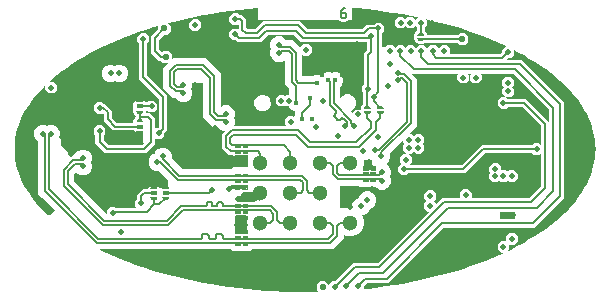
<source format=gbl>
G04 EAGLE Gerber RS-274X export*
G75*
%MOMM*%
%FSLAX34Y34*%
%LPD*%
%IN9_Bottom Layer*%
%IPPOS*%
%AMOC8*
5,1,8,0,0,1.08239X$1,22.5*%
G01*
%ADD10C,0.152400*%
%ADD11C,0.800000*%
%ADD12C,0.800000*%
%ADD13C,0.500000*%
%ADD14R,0.400000X0.200000*%
%ADD15R,0.600000X0.400000*%
%ADD16C,1.300000*%
%ADD17C,0.550000*%
%ADD18R,0.300000X0.200000*%
%ADD19C,0.075000*%
%ADD20C,0.100000*%
%ADD21C,0.400000*%
%ADD22C,0.300000*%
%ADD23C,0.160000*%
%ADD24C,0.200000*%
%ADD25C,0.500000*%

G36*
X32526Y68762D02*
X32526Y68762D01*
X32759Y68995D01*
X33757Y68995D01*
X33758Y68995D01*
X33759Y68997D01*
X33761Y68997D01*
X37947Y73183D01*
X37948Y73190D01*
X37947Y73190D01*
X27301Y83836D01*
X23905Y87233D01*
X23905Y131580D01*
X23902Y131583D01*
X23902Y131585D01*
X23754Y131646D01*
X21646Y133754D01*
X20505Y136509D01*
X20505Y139491D01*
X21646Y142246D01*
X23754Y144354D01*
X26509Y145495D01*
X29491Y145495D01*
X31348Y144726D01*
X31350Y144727D01*
X31352Y144726D01*
X33209Y145495D01*
X36191Y145495D01*
X38946Y144354D01*
X41054Y142246D01*
X42195Y139491D01*
X42195Y136509D01*
X41473Y134767D01*
X41475Y134763D01*
X41475Y134761D01*
X42995Y133241D01*
X42995Y128243D01*
X42997Y128241D01*
X42997Y128239D01*
X50683Y120553D01*
X50690Y120552D01*
X50690Y120553D01*
X51233Y121095D01*
X55580Y121095D01*
X55583Y121098D01*
X55585Y121098D01*
X55646Y121246D01*
X57754Y123354D01*
X60509Y124495D01*
X63491Y124495D01*
X66246Y123354D01*
X68354Y121246D01*
X69495Y118491D01*
X69495Y115509D01*
X68726Y113652D01*
X68726Y113651D01*
X68726Y113650D01*
X68727Y113649D01*
X68726Y113648D01*
X69495Y111791D01*
X69495Y108809D01*
X68354Y106054D01*
X66246Y103946D01*
X63491Y102805D01*
X60509Y102805D01*
X57754Y103946D01*
X56451Y105249D01*
X56445Y105249D01*
X56444Y105249D01*
X54797Y103601D01*
X54797Y103599D01*
X54796Y103598D01*
X54795Y103597D01*
X54795Y97403D01*
X54797Y97401D01*
X54797Y97399D01*
X81996Y70199D01*
X81998Y70199D01*
X81999Y70198D01*
X82001Y70199D01*
X82003Y70199D01*
X82003Y70201D01*
X82005Y70203D01*
X82005Y73069D01*
X84931Y75995D01*
X89069Y75995D01*
X89768Y75297D01*
X89770Y75296D01*
X89771Y75296D01*
X89771Y75295D01*
X107629Y75295D01*
X107630Y75296D01*
X107632Y75296D01*
X107632Y75298D01*
X107633Y75300D01*
X107632Y75301D01*
X107632Y75304D01*
X106005Y76931D01*
X106005Y81069D01*
X107703Y82768D01*
X107704Y82770D01*
X107705Y82771D01*
X107705Y86365D01*
X112635Y91295D01*
X116764Y91295D01*
X116766Y91297D01*
X116768Y91297D01*
X117966Y92495D01*
X119187Y92495D01*
X119083Y92220D01*
X119083Y92219D01*
X119082Y92219D01*
X118995Y91501D01*
X118999Y91495D01*
X118999Y91496D01*
X119000Y91495D01*
X125000Y91495D01*
X125005Y91499D01*
X125004Y91500D01*
X125005Y91501D01*
X124918Y92219D01*
X124917Y92219D01*
X124917Y92220D01*
X124813Y92495D01*
X126034Y92495D01*
X126996Y91532D01*
X127003Y91532D01*
X127004Y91532D01*
X127966Y92495D01*
X129187Y92495D01*
X129083Y92220D01*
X129083Y92219D01*
X129082Y92219D01*
X128995Y91501D01*
X128999Y91495D01*
X128999Y91496D01*
X129000Y91495D01*
X135000Y91495D01*
X135005Y91499D01*
X135004Y91500D01*
X135005Y91501D01*
X134918Y92219D01*
X134917Y92219D01*
X134917Y92220D01*
X134661Y92896D01*
X134660Y92896D01*
X134660Y92897D01*
X134250Y93492D01*
X134249Y93492D01*
X134249Y93493D01*
X134005Y93709D01*
X134005Y99131D01*
X134003Y99132D01*
X134003Y99134D01*
X126608Y106529D01*
X126604Y106530D01*
X126603Y106530D01*
X126455Y106469D01*
X123473Y106469D01*
X120719Y107610D01*
X118610Y109719D01*
X117469Y112474D01*
X117469Y115456D01*
X118610Y118210D01*
X120719Y120319D01*
X122576Y121088D01*
X122577Y121090D01*
X122579Y121091D01*
X123348Y122948D01*
X125456Y125056D01*
X128211Y126197D01*
X131193Y126197D01*
X133948Y125056D01*
X136056Y122948D01*
X137197Y120193D01*
X137197Y117211D01*
X137136Y117064D01*
X137137Y117060D01*
X137137Y117058D01*
X146099Y108097D01*
X146102Y108096D01*
X146103Y108095D01*
X187249Y108095D01*
X187250Y108097D01*
X187252Y108097D01*
X188651Y109495D01*
X202000Y109495D01*
X202005Y109500D01*
X202005Y119000D01*
X202000Y119005D01*
X202000Y119004D01*
X202000Y119005D01*
X189686Y119005D01*
X188988Y119703D01*
X188985Y119704D01*
X188984Y119705D01*
X185564Y119705D01*
X179705Y125564D01*
X179705Y137436D01*
X182515Y140246D01*
X182515Y140248D01*
X182517Y140249D01*
X182515Y140251D01*
X182516Y140253D01*
X182513Y140253D01*
X182512Y140255D01*
X181409Y140255D01*
X178654Y141396D01*
X176546Y143504D01*
X176485Y143652D01*
X176482Y143653D01*
X176480Y143655D01*
X172483Y143655D01*
X163905Y152233D01*
X163905Y181000D01*
X163900Y181005D01*
X163900Y181004D01*
X163900Y181005D01*
X154290Y181005D01*
X154289Y181004D01*
X154288Y181005D01*
X154288Y181003D01*
X154285Y181000D01*
X154286Y180999D01*
X154285Y180998D01*
X154495Y180491D01*
X154495Y177509D01*
X153726Y175652D01*
X153726Y175651D01*
X153726Y175650D01*
X153727Y175649D01*
X153726Y175648D01*
X154495Y173791D01*
X154495Y170809D01*
X153354Y168054D01*
X151246Y165946D01*
X148491Y164805D01*
X145509Y164805D01*
X142754Y165946D01*
X140646Y168054D01*
X140585Y168202D01*
X140582Y168203D01*
X140580Y168205D01*
X137933Y168205D01*
X129871Y176266D01*
X129871Y193734D01*
X133268Y197130D01*
X133884Y197746D01*
X133884Y197748D01*
X133885Y197749D01*
X133884Y197751D01*
X133884Y197753D01*
X133882Y197753D01*
X133880Y197755D01*
X129827Y197755D01*
X128079Y199503D01*
X128076Y199504D01*
X128076Y199505D01*
X128075Y199505D01*
X126552Y199505D01*
X119505Y206552D01*
X119505Y220448D01*
X125753Y226696D01*
X125753Y226698D01*
X125754Y226698D01*
X125753Y226698D01*
X125754Y226699D01*
X125755Y226700D01*
X125755Y229173D01*
X125907Y229325D01*
X125907Y229327D01*
X125909Y229329D01*
X125908Y229330D01*
X125908Y229332D01*
X125905Y229332D01*
X125902Y229333D01*
X121631Y228085D01*
X115022Y226012D01*
X115022Y226011D01*
X108550Y223835D01*
X102222Y221559D01*
X96045Y219186D01*
X90024Y216718D01*
X84167Y214159D01*
X78479Y211510D01*
X72967Y208775D01*
X72966Y208775D01*
X67634Y205957D01*
X62487Y203060D01*
X57532Y200086D01*
X52774Y197039D01*
X48216Y193923D01*
X43864Y190742D01*
X39722Y187500D01*
X35795Y184199D01*
X33366Y182004D01*
X33366Y182002D01*
X33365Y182001D01*
X33366Y182000D01*
X33366Y181997D01*
X33368Y181997D01*
X33370Y181995D01*
X37069Y181995D01*
X39995Y179069D01*
X39995Y174931D01*
X37069Y172005D01*
X32931Y172005D01*
X30005Y174931D01*
X30005Y178804D01*
X30004Y178806D01*
X30004Y178807D01*
X30002Y178807D01*
X30000Y178809D01*
X29999Y178808D01*
X29996Y178808D01*
X28596Y177442D01*
X28596Y177441D01*
X25332Y173993D01*
X22294Y170503D01*
X19486Y166977D01*
X19486Y166976D01*
X16910Y163418D01*
X14566Y159830D01*
X12456Y156219D01*
X12456Y156218D01*
X10581Y152586D01*
X8941Y148937D01*
X8941Y148936D01*
X7536Y145274D01*
X7537Y145273D01*
X7536Y145273D01*
X6367Y141601D01*
X5432Y137919D01*
X4731Y134232D01*
X4732Y134232D01*
X4731Y134232D01*
X4731Y134231D01*
X4731Y134226D01*
X4730Y134221D01*
X4729Y134216D01*
X4726Y134191D01*
X4726Y134186D01*
X4725Y134181D01*
X4724Y134176D01*
X4724Y134171D01*
X4720Y134141D01*
X4719Y134136D01*
X4719Y134131D01*
X4718Y134126D01*
X4714Y134097D01*
X4714Y134092D01*
X4713Y134087D01*
X4712Y134082D01*
X4712Y134077D01*
X4709Y134052D01*
X4708Y134047D01*
X4707Y134042D01*
X4707Y134037D01*
X4706Y134032D01*
X4702Y134002D01*
X4702Y133997D01*
X4701Y133992D01*
X4701Y133987D01*
X4697Y133958D01*
X4697Y133957D01*
X4696Y133953D01*
X4696Y133952D01*
X4696Y133948D01*
X4695Y133948D01*
X4696Y133948D01*
X4695Y133943D01*
X4694Y133938D01*
X4691Y133913D01*
X4690Y133908D01*
X4690Y133903D01*
X4689Y133898D01*
X4689Y133893D01*
X4685Y133868D01*
X4685Y133863D01*
X4684Y133858D01*
X4684Y133853D01*
X4683Y133848D01*
X4679Y133818D01*
X4679Y133813D01*
X4678Y133808D01*
X4677Y133803D01*
X4674Y133774D01*
X4673Y133774D01*
X4674Y133774D01*
X4673Y133769D01*
X4672Y133764D01*
X4672Y133759D01*
X4671Y133754D01*
X4668Y133729D01*
X4667Y133724D01*
X4667Y133719D01*
X4666Y133714D01*
X4665Y133709D01*
X4662Y133679D01*
X4661Y133674D01*
X4660Y133669D01*
X4660Y133664D01*
X4656Y133635D01*
X4656Y133634D01*
X4655Y133630D01*
X4655Y133625D01*
X4654Y133620D01*
X4653Y133615D01*
X4650Y133590D01*
X4650Y133585D01*
X4649Y133580D01*
X4648Y133575D01*
X4648Y133570D01*
X4644Y133540D01*
X4643Y133535D01*
X4643Y133530D01*
X4642Y133525D01*
X4638Y133495D01*
X4638Y133490D01*
X4637Y133485D01*
X4636Y133481D01*
X4636Y133480D01*
X4636Y133476D01*
X4636Y133475D01*
X4633Y133451D01*
X4632Y133446D01*
X4631Y133441D01*
X4631Y133436D01*
X4630Y133431D01*
X4626Y133401D01*
X4626Y133396D01*
X4625Y133391D01*
X4625Y133386D01*
X4624Y133386D01*
X4625Y133386D01*
X4621Y133356D01*
X4620Y133351D01*
X4619Y133346D01*
X4619Y133341D01*
X4618Y133336D01*
X4615Y133312D01*
X4614Y133307D01*
X4614Y133302D01*
X4613Y133297D01*
X4613Y133292D01*
X4609Y133262D01*
X4608Y133257D01*
X4608Y133252D01*
X4607Y133247D01*
X4603Y133217D01*
X4603Y133212D01*
X4602Y133212D01*
X4603Y133212D01*
X4602Y133207D01*
X4601Y133202D01*
X4601Y133197D01*
X4597Y133172D01*
X4597Y133167D01*
X4596Y133163D01*
X4596Y133162D01*
X4596Y133158D01*
X4596Y133157D01*
X4595Y133153D01*
X4591Y133123D01*
X4591Y133118D01*
X4590Y133113D01*
X4589Y133108D01*
X4586Y133078D01*
X4585Y133073D01*
X4584Y133068D01*
X4584Y133063D01*
X4580Y133033D01*
X4579Y133028D01*
X4579Y133023D01*
X4578Y133018D01*
X4577Y133013D01*
X4574Y132989D01*
X4574Y132984D01*
X4573Y132979D01*
X4572Y132974D01*
X4572Y132969D01*
X4568Y132939D01*
X4567Y132934D01*
X4567Y132929D01*
X4566Y132924D01*
X4562Y132894D01*
X4562Y132889D01*
X4561Y132884D01*
X4560Y132879D01*
X4560Y132874D01*
X4557Y132849D01*
X4556Y132845D01*
X4556Y132844D01*
X4555Y132840D01*
X4555Y132839D01*
X4555Y132835D01*
X4554Y132830D01*
X4550Y132800D01*
X4550Y132795D01*
X4549Y132790D01*
X4548Y132785D01*
X4545Y132755D01*
X4544Y132750D01*
X4543Y132745D01*
X4543Y132740D01*
X4542Y132735D01*
X4539Y132710D01*
X4538Y132705D01*
X4538Y132700D01*
X4537Y132695D01*
X4537Y132690D01*
X4533Y132661D01*
X4532Y132656D01*
X4532Y132651D01*
X4531Y132651D01*
X4532Y132651D01*
X4531Y132646D01*
X4527Y132616D01*
X4526Y132611D01*
X4526Y132606D01*
X4525Y132601D01*
X4525Y132596D01*
X4521Y132571D01*
X4521Y132566D01*
X4520Y132561D01*
X4520Y132556D01*
X4519Y132551D01*
X4515Y132522D01*
X4515Y132521D01*
X4515Y132517D01*
X4514Y132512D01*
X4513Y132507D01*
X4510Y132477D01*
X4509Y132477D01*
X4510Y132477D01*
X4509Y132472D01*
X4508Y132467D01*
X4508Y132462D01*
X4507Y132457D01*
X4504Y132432D01*
X4503Y132427D01*
X4503Y132422D01*
X4502Y132417D01*
X4501Y132412D01*
X4498Y132382D01*
X4497Y132377D01*
X4496Y132372D01*
X4496Y132368D01*
X4496Y132367D01*
X4492Y132338D01*
X4491Y132333D01*
X4491Y132328D01*
X4490Y132323D01*
X4486Y132293D01*
X4486Y132288D01*
X4485Y132283D01*
X4484Y132278D01*
X4484Y132273D01*
X4481Y132248D01*
X4480Y132243D01*
X4479Y132238D01*
X4479Y132233D01*
X4478Y132228D01*
X4474Y132199D01*
X4474Y132194D01*
X4473Y132189D01*
X4472Y132184D01*
X4469Y132154D01*
X4468Y132149D01*
X4467Y132144D01*
X4467Y132139D01*
X4466Y132134D01*
X4463Y132109D01*
X4462Y132104D01*
X4462Y132099D01*
X4461Y132094D01*
X4461Y132089D01*
X4460Y132089D01*
X4457Y132059D01*
X4456Y132054D01*
X4455Y132050D01*
X4455Y132049D01*
X4455Y132045D01*
X4455Y132044D01*
X4451Y132015D01*
X4450Y132010D01*
X4450Y132005D01*
X4449Y132000D01*
X4449Y131995D01*
X4445Y131970D01*
X4445Y131965D01*
X4444Y131960D01*
X4444Y131955D01*
X4443Y131950D01*
X4439Y131920D01*
X4439Y131915D01*
X4438Y131915D01*
X4439Y131915D01*
X4438Y131910D01*
X4437Y131905D01*
X4433Y131876D01*
X4433Y131871D01*
X4432Y131866D01*
X4432Y131861D01*
X4431Y131856D01*
X4428Y131831D01*
X4427Y131826D01*
X4427Y131821D01*
X4426Y131816D01*
X4425Y131811D01*
X4422Y131781D01*
X4421Y131776D01*
X4420Y131771D01*
X4420Y131766D01*
X4416Y131736D01*
X4415Y131732D01*
X4415Y131731D01*
X4415Y131727D01*
X4415Y131726D01*
X4414Y131722D01*
X4413Y131717D01*
X4410Y131692D01*
X4410Y131687D01*
X4409Y131682D01*
X4408Y131677D01*
X4408Y131672D01*
X4404Y131642D01*
X4403Y131637D01*
X4403Y131632D01*
X4402Y131627D01*
X4398Y131597D01*
X4398Y131592D01*
X4397Y131587D01*
X4396Y131582D01*
X4393Y131553D01*
X4392Y131548D01*
X4391Y131543D01*
X4391Y131538D01*
X4390Y131533D01*
X4387Y131508D01*
X4386Y131503D01*
X4386Y131498D01*
X4385Y131493D01*
X4384Y131488D01*
X4381Y131458D01*
X4380Y131453D01*
X4379Y131448D01*
X4379Y131443D01*
X4375Y131414D01*
X4375Y131413D01*
X4374Y131409D01*
X4374Y131408D01*
X4374Y131404D01*
X4373Y131399D01*
X4373Y131394D01*
X4369Y131369D01*
X4369Y131364D01*
X4368Y131359D01*
X4368Y131354D01*
X4367Y131354D01*
X4368Y131354D01*
X4367Y131349D01*
X4363Y131319D01*
X4362Y131314D01*
X4362Y131309D01*
X4361Y131304D01*
X4357Y131274D01*
X4357Y131269D01*
X4356Y131264D01*
X4356Y131259D01*
X4355Y131255D01*
X4355Y131254D01*
X4352Y131230D01*
X4351Y131225D01*
X4351Y131220D01*
X4350Y131215D01*
X4349Y131210D01*
X4346Y131180D01*
X4345Y131180D01*
X4346Y131180D01*
X4345Y131175D01*
X4344Y131170D01*
X4344Y131165D01*
X4340Y131135D01*
X4339Y131130D01*
X4339Y131125D01*
X4338Y131120D01*
X4337Y131115D01*
X4334Y131091D01*
X4334Y131090D01*
X4334Y131086D01*
X4333Y131081D01*
X4332Y131076D01*
X4332Y131071D01*
X4328Y131041D01*
X4327Y131036D01*
X4327Y131031D01*
X4326Y131026D01*
X4322Y130996D01*
X4322Y130991D01*
X4321Y130986D01*
X4320Y130981D01*
X4320Y130976D01*
X4317Y130951D01*
X4316Y130946D01*
X4315Y130941D01*
X4315Y130937D01*
X4315Y130936D01*
X4314Y130932D01*
X4314Y130931D01*
X4310Y130902D01*
X4310Y130897D01*
X4309Y130892D01*
X4308Y130887D01*
X4305Y130857D01*
X4304Y130852D01*
X4303Y130847D01*
X4303Y130842D01*
X4299Y130812D01*
X4298Y130807D01*
X4298Y130802D01*
X4297Y130797D01*
X4297Y130792D01*
X4296Y130792D01*
X4293Y130768D01*
X4293Y130763D01*
X4292Y130758D01*
X4291Y130753D01*
X4291Y130748D01*
X4287Y130718D01*
X4286Y130713D01*
X4286Y130708D01*
X4285Y130703D01*
X4281Y130673D01*
X4281Y130668D01*
X4280Y130663D01*
X4280Y130658D01*
X4279Y130653D01*
X4276Y130628D01*
X4275Y130623D01*
X4275Y130619D01*
X4274Y130618D01*
X4275Y130618D01*
X4274Y130614D01*
X4274Y130613D01*
X4273Y130609D01*
X4269Y130579D01*
X4269Y130574D01*
X4268Y130569D01*
X4268Y130564D01*
X4265Y130540D01*
X4264Y130534D01*
X4264Y130529D01*
X4264Y130524D01*
X4257Y130415D01*
X4256Y130410D01*
X4256Y130405D01*
X4249Y130296D01*
X4249Y130295D01*
X4249Y130291D01*
X4249Y130286D01*
X4242Y130176D01*
X4241Y130171D01*
X4241Y130166D01*
X4241Y130161D01*
X4234Y130057D01*
X4234Y130052D01*
X4233Y130047D01*
X4233Y130042D01*
X4227Y129938D01*
X4226Y129933D01*
X4226Y129928D01*
X4226Y129923D01*
X4219Y129819D01*
X4219Y129818D01*
X4219Y129814D01*
X4218Y129809D01*
X4218Y129804D01*
X4212Y129699D01*
X4211Y129699D01*
X4212Y129699D01*
X4211Y129694D01*
X4211Y129689D01*
X4211Y129684D01*
X4204Y129575D01*
X4203Y129570D01*
X4203Y129565D01*
X4196Y129456D01*
X4196Y129451D01*
X4196Y129446D01*
X4195Y129446D01*
X4189Y129337D01*
X4188Y129332D01*
X4188Y129327D01*
X4181Y129217D01*
X4181Y129212D01*
X4180Y129207D01*
X4174Y129098D01*
X4173Y129093D01*
X4173Y129088D01*
X4166Y128979D01*
X4166Y128974D01*
X4165Y128969D01*
X4158Y128860D01*
X4158Y128855D01*
X4158Y128850D01*
X4151Y128740D01*
X4151Y128735D01*
X4150Y128730D01*
X4143Y128621D01*
X4143Y128616D01*
X4143Y128611D01*
X4136Y128502D01*
X4136Y128497D01*
X4135Y128492D01*
X4128Y128383D01*
X4128Y128378D01*
X4128Y128373D01*
X4121Y128263D01*
X4121Y128258D01*
X4120Y128258D01*
X4121Y128258D01*
X4120Y128253D01*
X4113Y128144D01*
X4113Y128139D01*
X4113Y128134D01*
X4106Y128025D01*
X4105Y128020D01*
X4105Y128015D01*
X4098Y127906D01*
X4098Y127901D01*
X4098Y127896D01*
X4091Y127786D01*
X4090Y127781D01*
X4090Y127776D01*
X4083Y127667D01*
X4083Y127662D01*
X4083Y127657D01*
X4076Y127548D01*
X4075Y127543D01*
X4075Y127538D01*
X4068Y127429D01*
X4068Y127424D01*
X4067Y127419D01*
X4061Y127309D01*
X4060Y127304D01*
X4060Y127299D01*
X4053Y127190D01*
X4053Y127185D01*
X4052Y127180D01*
X4046Y127071D01*
X4045Y127071D01*
X4046Y127071D01*
X4045Y127066D01*
X4045Y127061D01*
X4038Y126952D01*
X4038Y126947D01*
X4037Y126942D01*
X4031Y126847D01*
X4032Y126847D01*
X4031Y126847D01*
X4031Y123153D01*
X4032Y123153D01*
X4031Y123153D01*
X4265Y119460D01*
X4731Y115768D01*
X4732Y115768D01*
X4731Y115768D01*
X5432Y112081D01*
X6367Y108399D01*
X7536Y104726D01*
X7537Y104726D01*
X8941Y101064D01*
X8941Y101063D01*
X10581Y97414D01*
X12456Y93782D01*
X12456Y93781D01*
X14566Y90170D01*
X16910Y86582D01*
X19486Y83024D01*
X19486Y83023D01*
X22294Y79497D01*
X25332Y76007D01*
X28596Y72559D01*
X28596Y72558D01*
X32084Y69155D01*
X32519Y68762D01*
X32526Y68762D01*
X32526Y68762D01*
G37*
G36*
X255872Y4035D02*
X255872Y4035D01*
X255873Y4035D01*
X261426Y4145D01*
X261427Y4146D01*
X261428Y4146D01*
X261429Y4148D01*
X261430Y4149D01*
X261429Y4151D01*
X261429Y4153D01*
X259755Y5827D01*
X259755Y10173D01*
X262827Y13245D01*
X267173Y13245D01*
X270173Y10245D01*
X270180Y10244D01*
X270180Y10245D01*
X272931Y12995D01*
X275050Y12995D01*
X275052Y12997D01*
X275054Y12997D01*
X290552Y28495D01*
X311550Y28495D01*
X311552Y28497D01*
X311554Y28497D01*
X355053Y71996D01*
X355053Y71998D01*
X355055Y71999D01*
X355054Y72001D01*
X355054Y72003D01*
X355051Y72003D01*
X355050Y72005D01*
X353931Y72005D01*
X351005Y74931D01*
X351005Y79069D01*
X352932Y80996D01*
X352932Y80998D01*
X352934Y80999D01*
X352932Y81001D01*
X352933Y81003D01*
X352932Y81003D01*
X352932Y81004D01*
X351005Y82931D01*
X351005Y87069D01*
X353931Y89995D01*
X358069Y89995D01*
X360995Y87069D01*
X360995Y82931D01*
X359068Y81004D01*
X359068Y81002D01*
X359066Y81001D01*
X359068Y80999D01*
X359067Y80997D01*
X359068Y80997D01*
X359068Y80996D01*
X360995Y79069D01*
X360995Y77950D01*
X360996Y77949D01*
X360996Y77947D01*
X360998Y77947D01*
X361000Y77945D01*
X361001Y77947D01*
X361004Y77947D01*
X364503Y81446D01*
X366552Y83495D01*
X381429Y83495D01*
X381430Y83496D01*
X381432Y83496D01*
X381432Y83498D01*
X381433Y83500D01*
X381432Y83501D01*
X381432Y83504D01*
X381005Y83931D01*
X381005Y88069D01*
X383931Y90995D01*
X388069Y90995D01*
X390995Y88069D01*
X390995Y83931D01*
X390568Y83504D01*
X390568Y83502D01*
X390567Y83501D01*
X390568Y83499D01*
X390568Y83497D01*
X390570Y83497D01*
X390571Y83495D01*
X439850Y83495D01*
X439852Y83497D01*
X439854Y83497D01*
X449803Y93446D01*
X449804Y93449D01*
X449805Y93450D01*
X449805Y121729D01*
X449804Y121730D01*
X449804Y121732D01*
X449802Y121732D01*
X449800Y121733D01*
X449799Y121732D01*
X449796Y121732D01*
X448069Y120005D01*
X443931Y120005D01*
X442432Y121503D01*
X442430Y121504D01*
X442429Y121505D01*
X402450Y121505D01*
X402448Y121503D01*
X402446Y121503D01*
X385448Y104505D01*
X337571Y104505D01*
X337569Y104503D01*
X337568Y104503D01*
X336069Y103005D01*
X331931Y103005D01*
X329005Y105931D01*
X329005Y110069D01*
X331557Y112621D01*
X331557Y112625D01*
X331558Y112625D01*
X331557Y112626D01*
X331558Y112628D01*
X331557Y112628D01*
X331557Y112629D01*
X330255Y113931D01*
X330255Y118069D01*
X333181Y120995D01*
X335929Y120995D01*
X335930Y120996D01*
X335932Y120996D01*
X335932Y120998D01*
X335933Y121000D01*
X335932Y121001D01*
X335932Y121004D01*
X333005Y123931D01*
X333005Y128069D01*
X334432Y129496D01*
X334432Y129498D01*
X334434Y129499D01*
X334432Y129500D01*
X334433Y129503D01*
X334432Y129503D01*
X334432Y129504D01*
X333005Y130931D01*
X333005Y132130D01*
X333004Y132131D01*
X333004Y132133D01*
X333002Y132133D01*
X333000Y132135D01*
X332999Y132133D01*
X332996Y132134D01*
X322044Y121181D01*
X322044Y121179D01*
X322043Y121178D01*
X322044Y121177D01*
X322043Y121176D01*
X322208Y120779D01*
X322208Y117797D01*
X321067Y115042D01*
X320997Y114972D01*
X320996Y114970D01*
X320995Y114969D01*
X320995Y109707D01*
X320997Y109705D01*
X320997Y109703D01*
X321354Y109346D01*
X322495Y106591D01*
X322495Y103609D01*
X321622Y101502D01*
X321623Y101500D01*
X321622Y101498D01*
X322495Y99391D01*
X322495Y96409D01*
X321354Y93654D01*
X319246Y91546D01*
X316491Y90405D01*
X313509Y90405D01*
X310754Y91546D01*
X309797Y92503D01*
X309794Y92504D01*
X309793Y92505D01*
X296651Y92505D01*
X295252Y93903D01*
X295250Y93903D01*
X295250Y93904D01*
X295249Y93904D01*
X295249Y93905D01*
X280000Y93905D01*
X279995Y93900D01*
X279996Y93900D01*
X279995Y93900D01*
X279995Y75000D01*
X280000Y74995D01*
X280000Y74996D01*
X280000Y74995D01*
X287241Y74995D01*
X288139Y74097D01*
X288142Y74096D01*
X288143Y74095D01*
X290387Y74095D01*
X290578Y74016D01*
X290580Y74016D01*
X290582Y74015D01*
X290582Y74017D01*
X290585Y74018D01*
X290584Y74020D01*
X290585Y74022D01*
X290126Y75130D01*
X290126Y78112D01*
X291267Y80867D01*
X293376Y82975D01*
X295483Y83848D01*
X295484Y83850D01*
X295485Y83851D01*
X296358Y85958D01*
X298467Y88066D01*
X301221Y89207D01*
X304203Y89207D01*
X306958Y88066D01*
X309067Y85958D01*
X310208Y83203D01*
X310208Y80221D01*
X309067Y77467D01*
X306958Y75358D01*
X304851Y74485D01*
X304850Y74483D01*
X304848Y74483D01*
X303975Y72375D01*
X301867Y70267D01*
X299112Y69126D01*
X297843Y69126D01*
X297841Y69125D01*
X297840Y69125D01*
X297840Y69123D01*
X297838Y69122D01*
X297839Y69120D01*
X297839Y69117D01*
X297845Y69111D01*
X299595Y64887D01*
X299595Y60313D01*
X297845Y56089D01*
X294611Y52855D01*
X290387Y51105D01*
X285813Y51105D01*
X282852Y52331D01*
X282851Y52331D01*
X282851Y52332D01*
X282849Y52331D01*
X282846Y52329D01*
X282846Y52328D01*
X282845Y52327D01*
X282845Y49233D01*
X273517Y39905D01*
X204751Y39905D01*
X204750Y39903D01*
X204748Y39903D01*
X203349Y38505D01*
X188651Y38505D01*
X187252Y39903D01*
X187250Y39904D01*
X187249Y39905D01*
X75649Y39905D01*
X75647Y39903D01*
X75645Y39903D01*
X75645Y39901D01*
X75644Y39900D01*
X75646Y39898D01*
X75647Y39895D01*
X78479Y38490D01*
X84167Y35841D01*
X90024Y33282D01*
X96045Y30814D01*
X102222Y28441D01*
X108550Y26164D01*
X108551Y26164D01*
X115022Y23989D01*
X115022Y23988D01*
X121631Y21915D01*
X128371Y19945D01*
X135234Y18083D01*
X142213Y16329D01*
X149305Y14685D01*
X156497Y13154D01*
X163783Y11736D01*
X171159Y10434D01*
X178613Y9249D01*
X186141Y8182D01*
X193733Y7234D01*
X201384Y6406D01*
X209082Y5700D01*
X216823Y5115D01*
X224597Y4653D01*
X232397Y4313D01*
X240215Y4097D01*
X248043Y4004D01*
X255872Y4035D01*
G37*
G36*
X234630Y144296D02*
X234630Y144296D01*
X234632Y144296D01*
X234632Y144298D01*
X234633Y144300D01*
X234632Y144301D01*
X234632Y144304D01*
X233005Y145931D01*
X233005Y150069D01*
X235931Y152995D01*
X240069Y152995D01*
X240783Y152281D01*
X240784Y152281D01*
X240784Y152280D01*
X240786Y152281D01*
X240790Y152281D01*
X240790Y152282D01*
X240791Y152283D01*
X241570Y154162D01*
X241703Y154296D01*
X241703Y154298D01*
X241704Y154298D01*
X241704Y154299D01*
X241705Y154300D01*
X241705Y157100D01*
X241700Y157105D01*
X241700Y157104D01*
X241700Y157105D01*
X241109Y157105D01*
X238538Y158170D01*
X236570Y160138D01*
X236212Y161002D01*
X236208Y161003D01*
X236207Y161005D01*
X233931Y161005D01*
X233004Y161932D01*
X232997Y161933D01*
X232997Y161932D01*
X232996Y161932D01*
X232069Y161005D01*
X227931Y161005D01*
X225005Y163931D01*
X225005Y168069D01*
X227931Y170995D01*
X232069Y170995D01*
X232996Y170068D01*
X233003Y170067D01*
X233003Y170068D01*
X233004Y170068D01*
X233931Y170995D01*
X236700Y170995D01*
X236705Y171000D01*
X236704Y171000D01*
X236705Y171000D01*
X236705Y175864D01*
X236703Y175866D01*
X236703Y175868D01*
X236301Y176270D01*
X232905Y179666D01*
X232905Y200343D01*
X232904Y200344D01*
X232904Y200346D01*
X232902Y200346D01*
X232900Y200348D01*
X232899Y200346D01*
X232896Y200347D01*
X232246Y199696D01*
X229491Y198555D01*
X226509Y198555D01*
X223754Y199696D01*
X221646Y201804D01*
X220505Y204559D01*
X220505Y207541D01*
X221224Y209277D01*
X221223Y209280D01*
X221224Y209281D01*
X220405Y211259D01*
X220405Y214241D01*
X221546Y216996D01*
X223654Y219104D01*
X226409Y220245D01*
X229391Y220245D01*
X232146Y219104D01*
X234254Y216996D01*
X234274Y216948D01*
X234277Y216947D01*
X234278Y216945D01*
X239917Y216945D01*
X245996Y210866D01*
X245998Y210866D01*
X245999Y210865D01*
X246001Y210866D01*
X246003Y210866D01*
X246003Y210868D01*
X246005Y210870D01*
X246005Y211069D01*
X248931Y213995D01*
X253069Y213995D01*
X255995Y211069D01*
X255995Y206931D01*
X253069Y204005D01*
X248931Y204005D01*
X247804Y205132D01*
X247802Y205132D01*
X247801Y205133D01*
X247799Y205132D01*
X247797Y205132D01*
X247797Y205130D01*
X247795Y205129D01*
X247795Y186800D01*
X247800Y186795D01*
X247800Y186796D01*
X247800Y186795D01*
X255900Y186795D01*
X255902Y186797D01*
X255904Y186797D01*
X256038Y186930D01*
X258609Y187995D01*
X261391Y187995D01*
X263765Y187012D01*
X263768Y187013D01*
X263770Y187013D01*
X265688Y188930D01*
X268259Y189995D01*
X271041Y189995D01*
X272498Y189392D01*
X272500Y189393D01*
X272502Y189392D01*
X273959Y189995D01*
X276741Y189995D01*
X279312Y188930D01*
X281280Y186962D01*
X282345Y184391D01*
X282345Y181609D01*
X281280Y179038D01*
X279947Y177704D01*
X279946Y177702D01*
X279945Y177700D01*
X279945Y168203D01*
X279946Y168202D01*
X279946Y168200D01*
X279948Y168200D01*
X279950Y168198D01*
X279951Y168200D01*
X279954Y168200D01*
X281896Y170142D01*
X284559Y171245D01*
X287441Y171245D01*
X290104Y170142D01*
X292142Y168104D01*
X293245Y165441D01*
X293245Y162559D01*
X292142Y159896D01*
X290104Y157858D01*
X288862Y157343D01*
X288861Y157343D01*
X288861Y157341D01*
X288859Y157337D01*
X288860Y157337D01*
X288860Y157335D01*
X290996Y155199D01*
X290998Y155199D01*
X290999Y155198D01*
X291000Y155198D01*
X291001Y155199D01*
X291003Y155199D01*
X291003Y155201D01*
X291005Y155203D01*
X291005Y156241D01*
X292759Y157995D01*
X297011Y157995D01*
X297012Y157996D01*
X297014Y157996D01*
X297014Y157998D01*
X297016Y158000D01*
X297015Y158001D01*
X297015Y158003D01*
X296998Y158025D01*
X296999Y158030D01*
X297000Y158040D01*
X297001Y158045D01*
X297002Y158055D01*
X297003Y158060D01*
X297004Y158070D01*
X297004Y158075D01*
X297006Y158089D01*
X297007Y158094D01*
X297008Y158104D01*
X297009Y158109D01*
X297010Y158119D01*
X297010Y158124D01*
X297012Y158134D01*
X297012Y158139D01*
X297013Y158149D01*
X297014Y158149D01*
X297013Y158149D01*
X297014Y158154D01*
X297016Y158169D01*
X297016Y158174D01*
X297017Y158174D01*
X297018Y158184D01*
X297018Y158189D01*
X297020Y158199D01*
X297020Y158204D01*
X297021Y158214D01*
X297022Y158219D01*
X297024Y158234D01*
X297024Y158238D01*
X297024Y158239D01*
X297026Y158248D01*
X297026Y158253D01*
X297027Y158263D01*
X297028Y158268D01*
X297029Y158278D01*
X297030Y158283D01*
X297031Y158293D01*
X297032Y158298D01*
X297033Y158313D01*
X297034Y158318D01*
X297035Y158328D01*
X297036Y158333D01*
X297037Y158343D01*
X297038Y158348D01*
X297039Y158358D01*
X297039Y158363D01*
X297041Y158378D01*
X297042Y158383D01*
X297043Y158393D01*
X297044Y158397D01*
X297044Y158398D01*
X297045Y158407D01*
X297045Y158412D01*
X297047Y158422D01*
X297047Y158427D01*
X297048Y158437D01*
X297049Y158437D01*
X297048Y158437D01*
X297049Y158442D01*
X297051Y158457D01*
X297051Y158462D01*
X297052Y158462D01*
X297053Y158472D01*
X297053Y158477D01*
X297055Y158487D01*
X297055Y158492D01*
X297056Y158502D01*
X297057Y158507D01*
X297059Y158522D01*
X297059Y158527D01*
X297061Y158537D01*
X297061Y158542D01*
X297062Y158552D01*
X297063Y158556D01*
X297063Y158557D01*
X297064Y158566D01*
X297065Y158571D01*
X297066Y158581D01*
X297067Y158586D01*
X297068Y158601D01*
X297069Y158606D01*
X297070Y158616D01*
X297071Y158621D01*
X297072Y158631D01*
X297073Y158636D01*
X297074Y158646D01*
X297074Y158651D01*
X297076Y158666D01*
X297077Y158671D01*
X297078Y158681D01*
X297079Y158686D01*
X297080Y158696D01*
X297080Y158701D01*
X297082Y158711D01*
X297082Y158715D01*
X297082Y158716D01*
X297083Y158725D01*
X297084Y158725D01*
X297083Y158725D01*
X297084Y158730D01*
X297086Y158745D01*
X297086Y158750D01*
X297087Y158750D01*
X297088Y158760D01*
X297088Y158765D01*
X297090Y158775D01*
X297090Y158780D01*
X297091Y158790D01*
X297092Y158795D01*
X297093Y158805D01*
X297094Y158810D01*
X297094Y158815D01*
X297096Y158825D01*
X297096Y158830D01*
X297097Y158840D01*
X297098Y158845D01*
X297099Y158855D01*
X297100Y158860D01*
X297101Y158870D01*
X297102Y158874D01*
X297102Y158875D01*
X297103Y158889D01*
X297104Y158894D01*
X297105Y158901D01*
X297105Y159125D01*
X297104Y159126D01*
X297104Y159127D01*
X296988Y159386D01*
X297104Y159694D01*
X297104Y159695D01*
X297105Y159696D01*
X297105Y159784D01*
X297158Y159837D01*
X297158Y159838D01*
X297159Y159838D01*
X297247Y160069D01*
X297246Y160070D01*
X297247Y160070D01*
X297248Y160077D01*
X297248Y160082D01*
X297249Y160092D01*
X297250Y160097D01*
X297251Y160102D01*
X297252Y160112D01*
X297252Y160117D01*
X297254Y160127D01*
X297254Y160132D01*
X297255Y160142D01*
X297256Y160142D01*
X297255Y160142D01*
X297256Y160146D01*
X297256Y160147D01*
X297257Y160156D01*
X297258Y160161D01*
X297258Y160166D01*
X297259Y160166D01*
X297260Y160176D01*
X297260Y160181D01*
X297262Y160191D01*
X297262Y160196D01*
X297263Y160206D01*
X297264Y160211D01*
X297265Y160221D01*
X297266Y160226D01*
X297266Y160231D01*
X297268Y160241D01*
X297268Y160246D01*
X297269Y160256D01*
X297270Y160261D01*
X297271Y160271D01*
X297272Y160276D01*
X297273Y160286D01*
X297274Y160291D01*
X297274Y160296D01*
X297275Y160305D01*
X297275Y160306D01*
X297276Y160310D01*
X297276Y160311D01*
X297277Y160320D01*
X297278Y160325D01*
X297279Y160335D01*
X297280Y160340D01*
X297281Y160355D01*
X297282Y160360D01*
X297283Y160370D01*
X297284Y160375D01*
X297285Y160385D01*
X297286Y160390D01*
X297287Y160400D01*
X297287Y160405D01*
X297289Y160420D01*
X297290Y160425D01*
X297291Y160435D01*
X297292Y160440D01*
X297293Y160450D01*
X297293Y160455D01*
X297294Y160455D01*
X297293Y160455D01*
X297295Y160464D01*
X297295Y160465D01*
X297295Y160469D01*
X297295Y160470D01*
X297297Y160484D01*
X297298Y160489D01*
X297299Y160499D01*
X297300Y160504D01*
X297301Y160514D01*
X297301Y160519D01*
X297303Y160529D01*
X297303Y160534D01*
X297305Y160549D01*
X297306Y160554D01*
X297307Y160564D01*
X297307Y160569D01*
X297309Y160579D01*
X297309Y160584D01*
X297310Y160594D01*
X297311Y160599D01*
X297313Y160614D01*
X297313Y160619D01*
X297315Y160628D01*
X297315Y160629D01*
X297315Y160633D01*
X297316Y160639D01*
X297315Y160640D01*
X297316Y160641D01*
X297303Y160711D01*
X297329Y160748D01*
X297328Y160749D01*
X297329Y160750D01*
X297330Y160758D01*
X297331Y160763D01*
X297333Y160778D01*
X297333Y160782D01*
X297333Y160783D01*
X297335Y160792D01*
X297335Y160795D01*
X297391Y160839D01*
X297391Y160840D01*
X297392Y160840D01*
X297718Y161312D01*
X297718Y161313D01*
X297922Y161849D01*
X297921Y161850D01*
X297922Y161851D01*
X297925Y161895D01*
X297925Y161896D01*
X297926Y161922D01*
X297960Y161951D01*
X297960Y161953D01*
X297961Y161953D01*
X297977Y161995D01*
X298042Y162024D01*
X298042Y162025D01*
X298043Y162025D01*
X298473Y162406D01*
X298473Y162407D01*
X298799Y162879D01*
X298799Y162880D01*
X298800Y162880D01*
X298821Y162948D01*
X298861Y162969D01*
X298861Y162970D01*
X298863Y162970D01*
X298888Y163007D01*
X298958Y163020D01*
X298959Y163021D01*
X298960Y163021D01*
X299302Y163200D01*
X299303Y163204D01*
X299305Y163205D01*
X299305Y172629D01*
X299303Y172631D01*
X299303Y172632D01*
X298005Y173931D01*
X298005Y178069D01*
X299703Y179768D01*
X299704Y179770D01*
X299705Y179771D01*
X299705Y205729D01*
X301637Y207661D01*
X302703Y208727D01*
X302704Y208730D01*
X302705Y208731D01*
X302705Y215700D01*
X302700Y215705D01*
X302700Y215704D01*
X302700Y215705D01*
X246635Y215705D01*
X240637Y221703D01*
X240634Y221704D01*
X240633Y221705D01*
X218367Y221705D01*
X218365Y221703D01*
X218363Y221703D01*
X212365Y215705D01*
X192635Y215705D01*
X191337Y217003D01*
X191334Y217004D01*
X191333Y217005D01*
X188931Y217005D01*
X186005Y219931D01*
X186005Y224069D01*
X188931Y226995D01*
X193069Y226995D01*
X193696Y226368D01*
X193698Y226368D01*
X193699Y226367D01*
X193701Y226368D01*
X193703Y226368D01*
X193703Y226370D01*
X193705Y226371D01*
X193705Y230629D01*
X193704Y230630D01*
X193704Y230632D01*
X193702Y230632D01*
X193700Y230633D01*
X193699Y230632D01*
X193696Y230632D01*
X193069Y230005D01*
X188931Y230005D01*
X186005Y232931D01*
X186005Y237069D01*
X188931Y239995D01*
X193069Y239995D01*
X194768Y238297D01*
X194770Y238296D01*
X194771Y238296D01*
X194771Y238295D01*
X196365Y238295D01*
X200295Y234365D01*
X200295Y227367D01*
X200297Y227365D01*
X200297Y227363D01*
X201363Y226297D01*
X201366Y226297D01*
X201366Y226296D01*
X201367Y226295D01*
X207633Y226295D01*
X207635Y226297D01*
X207637Y226297D01*
X214635Y233295D01*
X245365Y233295D01*
X247297Y231363D01*
X252363Y226297D01*
X252366Y226297D01*
X252366Y226296D01*
X252367Y226295D01*
X298633Y226295D01*
X298635Y226297D01*
X298637Y226297D01*
X302635Y230295D01*
X308229Y230295D01*
X308231Y230297D01*
X308232Y230297D01*
X309931Y231995D01*
X314069Y231995D01*
X316995Y229069D01*
X316995Y224931D01*
X315297Y223232D01*
X315296Y223230D01*
X315295Y223229D01*
X315295Y211000D01*
X315300Y210995D01*
X315300Y210996D01*
X315300Y210995D01*
X317929Y210995D01*
X317931Y210997D01*
X317932Y210997D01*
X319931Y212995D01*
X324069Y212995D01*
X326396Y210668D01*
X326403Y210667D01*
X326403Y210668D01*
X326404Y210668D01*
X328431Y212695D01*
X332569Y212695D01*
X334796Y210468D01*
X334803Y210467D01*
X334803Y210468D01*
X334804Y210468D01*
X337331Y212995D01*
X341469Y212995D01*
X344046Y210418D01*
X344053Y210417D01*
X344053Y210418D01*
X344054Y210418D01*
X346331Y212695D01*
X350469Y212695D01*
X353046Y210118D01*
X353053Y210117D01*
X353053Y210118D01*
X353054Y210118D01*
X355931Y212995D01*
X360069Y212995D01*
X362996Y210068D01*
X363003Y210067D01*
X363003Y210068D01*
X363004Y210068D01*
X365931Y212995D01*
X370069Y212995D01*
X372995Y210069D01*
X372995Y205931D01*
X372568Y205504D01*
X372568Y205502D01*
X372567Y205501D01*
X372568Y205499D01*
X372568Y205497D01*
X372570Y205497D01*
X372571Y205495D01*
X415550Y205495D01*
X415552Y205497D01*
X415554Y205497D01*
X417003Y206946D01*
X417004Y206949D01*
X417005Y206950D01*
X417005Y209069D01*
X419931Y211995D01*
X420445Y211995D01*
X420446Y211997D01*
X420449Y211997D01*
X420449Y211999D01*
X420450Y212000D01*
X420448Y212002D01*
X420447Y212005D01*
X418698Y212845D01*
X412924Y215450D01*
X406985Y217964D01*
X400886Y220385D01*
X394633Y222710D01*
X388232Y224936D01*
X381690Y227061D01*
X375016Y229083D01*
X368213Y230999D01*
X361289Y232808D01*
X354254Y234507D01*
X352089Y234988D01*
X352087Y234987D01*
X352085Y234987D01*
X352085Y234986D01*
X352083Y234985D01*
X352084Y234983D01*
X352084Y234980D01*
X352995Y234069D01*
X352995Y229931D01*
X351297Y228232D01*
X351297Y228231D01*
X351295Y228230D01*
X351296Y228229D01*
X351295Y228229D01*
X351295Y225205D01*
X351297Y225202D01*
X351298Y225200D01*
X351640Y225021D01*
X351641Y225021D01*
X351642Y225020D01*
X351712Y225007D01*
X351737Y224970D01*
X351739Y224970D01*
X351739Y224969D01*
X351779Y224948D01*
X351800Y224880D01*
X351801Y224879D01*
X352127Y224407D01*
X352127Y224406D01*
X352557Y224025D01*
X352558Y224025D01*
X352558Y224024D01*
X352623Y223995D01*
X352639Y223953D01*
X352640Y223953D01*
X352640Y223951D01*
X352674Y223922D01*
X352678Y223851D01*
X352679Y223850D01*
X352678Y223849D01*
X352882Y223313D01*
X352882Y223312D01*
X353208Y222840D01*
X353209Y222840D01*
X353209Y222839D01*
X353265Y222795D01*
X353271Y222750D01*
X353272Y222749D01*
X353271Y222748D01*
X353297Y222711D01*
X353284Y222641D01*
X353285Y222640D01*
X353284Y222640D01*
X353284Y222639D01*
X353353Y222070D01*
X353354Y222069D01*
X353353Y222069D01*
X353441Y221838D01*
X353442Y221838D01*
X353442Y221837D01*
X353495Y221784D01*
X353495Y221696D01*
X353496Y221695D01*
X353496Y221694D01*
X353551Y221548D01*
X353554Y221547D01*
X353556Y221545D01*
X379125Y221545D01*
X379127Y221547D01*
X379129Y221547D01*
X380827Y223245D01*
X385173Y223245D01*
X388245Y220173D01*
X388245Y215827D01*
X385173Y212755D01*
X380827Y212755D01*
X378629Y214953D01*
X378626Y214954D01*
X378625Y214955D01*
X351595Y214955D01*
X351594Y214954D01*
X351593Y214954D01*
X351133Y214713D01*
X351132Y214712D01*
X350702Y214332D01*
X350702Y214331D01*
X350701Y214331D01*
X350664Y214270D01*
X350621Y214259D01*
X350620Y214258D01*
X350619Y214258D01*
X350585Y214228D01*
X350519Y214232D01*
X350514Y214232D01*
X350513Y214232D01*
X349956Y214095D01*
X349955Y214094D01*
X349447Y213828D01*
X349446Y213827D01*
X349445Y213827D01*
X349395Y213777D01*
X349350Y213777D01*
X349349Y213776D01*
X349348Y213776D01*
X349308Y213755D01*
X349240Y213776D01*
X349239Y213776D01*
X349239Y213777D01*
X348665Y213777D01*
X348665Y213776D01*
X348664Y213777D01*
X348107Y213639D01*
X348107Y213638D01*
X348106Y213639D01*
X348045Y213602D01*
X348001Y213613D01*
X348000Y213612D01*
X347999Y213613D01*
X347955Y213602D01*
X347894Y213639D01*
X347893Y213639D01*
X347336Y213777D01*
X347335Y213776D01*
X347335Y213777D01*
X346761Y213777D01*
X346760Y213776D01*
X346692Y213755D01*
X346652Y213776D01*
X346650Y213776D01*
X346650Y213777D01*
X346605Y213777D01*
X346555Y213827D01*
X346554Y213827D01*
X346553Y213828D01*
X346045Y214094D01*
X346044Y214095D01*
X345487Y214232D01*
X345486Y214232D01*
X345481Y214232D01*
X345415Y214228D01*
X345381Y214258D01*
X345380Y214258D01*
X345379Y214259D01*
X345336Y214270D01*
X345299Y214331D01*
X345298Y214331D01*
X345298Y214332D01*
X344868Y214712D01*
X344867Y214713D01*
X344360Y214979D01*
X344359Y214979D01*
X344358Y214980D01*
X344288Y214993D01*
X344263Y215030D01*
X344261Y215030D01*
X344261Y215031D01*
X344221Y215052D01*
X344200Y215120D01*
X344199Y215121D01*
X343873Y215593D01*
X343873Y215594D01*
X343443Y215975D01*
X343442Y215975D01*
X343442Y215976D01*
X343377Y216005D01*
X343361Y216047D01*
X343360Y216047D01*
X343360Y216049D01*
X343326Y216078D01*
X343322Y216149D01*
X343321Y216150D01*
X343322Y216151D01*
X343118Y216687D01*
X343118Y216688D01*
X342792Y217160D01*
X342791Y217160D01*
X342791Y217161D01*
X342735Y217205D01*
X342729Y217250D01*
X342728Y217251D01*
X342729Y217252D01*
X342703Y217289D01*
X342716Y217359D01*
X342715Y217360D01*
X342716Y217361D01*
X342647Y217930D01*
X342646Y217931D01*
X342647Y217931D01*
X342559Y218162D01*
X342558Y218162D01*
X342558Y218163D01*
X342505Y218216D01*
X342505Y218304D01*
X342504Y218305D01*
X342504Y218306D01*
X342388Y218614D01*
X342504Y218873D01*
X342504Y218874D01*
X342505Y218875D01*
X342505Y219099D01*
X342398Y219975D01*
X342415Y219997D01*
X342415Y220000D01*
X342416Y220000D01*
X342415Y220001D01*
X342415Y220002D01*
X342415Y220003D01*
X342398Y220025D01*
X342400Y220035D01*
X342400Y220040D01*
X342401Y220050D01*
X342402Y220055D01*
X342404Y220070D01*
X342404Y220075D01*
X342406Y220085D01*
X342406Y220089D01*
X342406Y220090D01*
X342407Y220099D01*
X342408Y220104D01*
X342409Y220114D01*
X342410Y220119D01*
X342411Y220129D01*
X342412Y220134D01*
X342413Y220149D01*
X342414Y220149D01*
X342413Y220149D01*
X342414Y220154D01*
X342415Y220164D01*
X342416Y220169D01*
X342417Y220179D01*
X342418Y220184D01*
X342419Y220194D01*
X342420Y220199D01*
X342421Y220214D01*
X342422Y220219D01*
X342423Y220229D01*
X342424Y220234D01*
X342425Y220244D01*
X342426Y220248D01*
X342426Y220249D01*
X342427Y220258D01*
X342427Y220263D01*
X342429Y220273D01*
X342429Y220278D01*
X342431Y220293D01*
X342432Y220298D01*
X342433Y220308D01*
X342433Y220313D01*
X342435Y220323D01*
X342435Y220328D01*
X342436Y220338D01*
X342437Y220343D01*
X342439Y220358D01*
X342439Y220363D01*
X342441Y220373D01*
X342441Y220378D01*
X342442Y220388D01*
X342443Y220393D01*
X342444Y220403D01*
X342445Y220407D01*
X342445Y220408D01*
X342446Y220417D01*
X342447Y220422D01*
X342448Y220437D01*
X342449Y220437D01*
X342448Y220437D01*
X342449Y220442D01*
X342450Y220452D01*
X342451Y220457D01*
X342452Y220467D01*
X342453Y220472D01*
X342454Y220482D01*
X342455Y220487D01*
X342456Y220502D01*
X342457Y220507D01*
X342458Y220517D01*
X342459Y220522D01*
X342460Y220532D01*
X342461Y220537D01*
X342462Y220547D01*
X342462Y220552D01*
X342464Y220562D01*
X342464Y220566D01*
X342464Y220567D01*
X342466Y220581D01*
X342467Y220586D01*
X342468Y220596D01*
X342468Y220601D01*
X342470Y220611D01*
X342470Y220616D01*
X342471Y220626D01*
X342472Y220631D01*
X342474Y220646D01*
X342474Y220651D01*
X342476Y220661D01*
X342476Y220666D01*
X342477Y220676D01*
X342478Y220681D01*
X342479Y220691D01*
X342480Y220696D01*
X342481Y220706D01*
X342482Y220711D01*
X342483Y220725D01*
X342484Y220726D01*
X342483Y220726D01*
X342484Y220730D01*
X342484Y220731D01*
X342485Y220740D01*
X342486Y220745D01*
X342487Y220755D01*
X342488Y220760D01*
X342489Y220770D01*
X342490Y220775D01*
X342491Y220785D01*
X342491Y220790D01*
X342493Y220805D01*
X342494Y220810D01*
X342495Y220820D01*
X342496Y220825D01*
X342497Y220835D01*
X342497Y220840D01*
X342499Y220850D01*
X342499Y220855D01*
X342501Y220870D01*
X342502Y220875D01*
X342503Y220884D01*
X342503Y220885D01*
X342503Y220889D01*
X342503Y220890D01*
X342505Y220899D01*
X342505Y220901D01*
X342505Y221125D01*
X342504Y221126D01*
X342504Y221127D01*
X342388Y221386D01*
X342504Y221694D01*
X342504Y221695D01*
X342505Y221696D01*
X342505Y221784D01*
X342558Y221837D01*
X342558Y221838D01*
X342559Y221838D01*
X342647Y222069D01*
X342646Y222070D01*
X342647Y222070D01*
X342647Y222072D01*
X342648Y222077D01*
X342649Y222092D01*
X342650Y222097D01*
X342651Y222107D01*
X342652Y222112D01*
X342653Y222122D01*
X342654Y222127D01*
X342655Y222137D01*
X342655Y222142D01*
X342656Y222142D01*
X342655Y222142D01*
X342657Y222156D01*
X342657Y222157D01*
X342658Y222161D01*
X342658Y222162D01*
X342659Y222171D01*
X342660Y222176D01*
X342661Y222186D01*
X342662Y222191D01*
X342663Y222201D01*
X342663Y222206D01*
X342665Y222221D01*
X342666Y222226D01*
X342667Y222236D01*
X342668Y222241D01*
X342669Y222251D01*
X342669Y222256D01*
X342671Y222266D01*
X342671Y222271D01*
X342672Y222281D01*
X342673Y222286D01*
X342675Y222301D01*
X342675Y222306D01*
X342677Y222315D01*
X342677Y222316D01*
X342677Y222320D01*
X342677Y222321D01*
X342678Y222330D01*
X342679Y222335D01*
X342680Y222345D01*
X342681Y222350D01*
X342683Y222365D01*
X342683Y222370D01*
X342684Y222380D01*
X342685Y222385D01*
X342686Y222395D01*
X342687Y222400D01*
X342688Y222410D01*
X342689Y222415D01*
X342690Y222425D01*
X342690Y222430D01*
X342691Y222430D01*
X342690Y222430D01*
X342692Y222445D01*
X342693Y222450D01*
X342694Y222460D01*
X342695Y222465D01*
X342696Y222474D01*
X342696Y222475D01*
X342697Y222479D01*
X342697Y222480D01*
X342698Y222489D01*
X342698Y222494D01*
X342700Y222509D01*
X342701Y222514D01*
X342702Y222524D01*
X342703Y222529D01*
X342704Y222539D01*
X342704Y222544D01*
X342706Y222554D01*
X342706Y222559D01*
X342708Y222574D01*
X342709Y222579D01*
X342710Y222589D01*
X342710Y222594D01*
X342712Y222604D01*
X342712Y222609D01*
X342713Y222619D01*
X342714Y222624D01*
X342715Y222633D01*
X342715Y222634D01*
X342716Y222638D01*
X342716Y222639D01*
X342715Y222640D01*
X342716Y222641D01*
X342703Y222711D01*
X342729Y222748D01*
X342728Y222750D01*
X342729Y222750D01*
X342730Y222758D01*
X342731Y222763D01*
X342732Y222773D01*
X342733Y222778D01*
X342734Y222788D01*
X342735Y222792D01*
X342735Y222793D01*
X342735Y222795D01*
X342791Y222839D01*
X342791Y222840D01*
X342792Y222840D01*
X343118Y223312D01*
X343118Y223313D01*
X343322Y223849D01*
X343321Y223850D01*
X343322Y223851D01*
X343324Y223886D01*
X343326Y223920D01*
X343326Y223922D01*
X343360Y223951D01*
X343360Y223953D01*
X343361Y223953D01*
X343377Y223995D01*
X343442Y224024D01*
X343442Y224025D01*
X343443Y224025D01*
X343873Y224406D01*
X343873Y224407D01*
X344199Y224879D01*
X344199Y224880D01*
X344200Y224880D01*
X344221Y224948D01*
X344261Y224969D01*
X344261Y224970D01*
X344262Y224970D01*
X344288Y225007D01*
X344358Y225020D01*
X344359Y225021D01*
X344360Y225021D01*
X344702Y225200D01*
X344703Y225204D01*
X344705Y225205D01*
X344705Y228229D01*
X344703Y228231D01*
X344703Y228232D01*
X343504Y229432D01*
X343497Y229433D01*
X343497Y229432D01*
X343496Y229432D01*
X341069Y227005D01*
X336931Y227005D01*
X335004Y228932D01*
X334997Y228933D01*
X334997Y228932D01*
X334996Y228932D01*
X333069Y227005D01*
X328931Y227005D01*
X326005Y229931D01*
X326005Y234069D01*
X328931Y236995D01*
X333069Y236995D01*
X334996Y235068D01*
X335003Y235067D01*
X335003Y235068D01*
X335004Y235068D01*
X336931Y236995D01*
X341069Y236995D01*
X343496Y234568D01*
X343503Y234567D01*
X343503Y234568D01*
X343504Y234568D01*
X345376Y236440D01*
X345376Y236442D01*
X345377Y236442D01*
X345376Y236444D01*
X345376Y236447D01*
X345375Y236447D01*
X345374Y236449D01*
X339871Y237569D01*
X332539Y238929D01*
X325124Y240173D01*
X317632Y241299D01*
X317631Y241299D01*
X310069Y242307D01*
X302448Y243195D01*
X294772Y243962D01*
X290000Y244361D01*
X289995Y244357D01*
X289996Y244357D01*
X289995Y244356D01*
X289995Y234005D01*
X286452Y234005D01*
X286450Y234003D01*
X286448Y234003D01*
X285968Y233343D01*
X282500Y232216D01*
X279032Y233343D01*
X278552Y234003D01*
X278550Y234004D01*
X278548Y234005D01*
X210005Y234005D01*
X210005Y244365D01*
X210001Y244369D01*
X210000Y244369D01*
X210000Y244370D01*
X209973Y244367D01*
X209907Y244363D01*
X209841Y244358D01*
X209776Y244353D01*
X209775Y244353D01*
X209710Y244348D01*
X209644Y244343D01*
X209578Y244338D01*
X209513Y244333D01*
X209447Y244328D01*
X209381Y244323D01*
X209315Y244318D01*
X209250Y244313D01*
X209184Y244308D01*
X209118Y244303D01*
X209082Y244300D01*
X201384Y243594D01*
X193733Y242766D01*
X186141Y241818D01*
X178613Y240751D01*
X171159Y239566D01*
X163783Y238264D01*
X156497Y236846D01*
X149306Y235315D01*
X149305Y235315D01*
X142214Y233671D01*
X142213Y233671D01*
X135234Y231917D01*
X133879Y231549D01*
X133878Y231549D01*
X133877Y231549D01*
X133877Y231547D01*
X133875Y231544D01*
X133877Y231543D01*
X133877Y231541D01*
X136245Y229173D01*
X136245Y224827D01*
X133173Y221755D01*
X130700Y221755D01*
X130698Y221753D01*
X130696Y221753D01*
X126497Y217554D01*
X126497Y217552D01*
X126496Y217552D01*
X126496Y217551D01*
X126495Y217550D01*
X126495Y209450D01*
X126497Y209448D01*
X126497Y209446D01*
X128759Y207184D01*
X128766Y207183D01*
X128766Y207184D01*
X129827Y208245D01*
X134173Y208245D01*
X137245Y205173D01*
X137245Y201120D01*
X137246Y201119D01*
X137246Y201117D01*
X137248Y201117D01*
X137250Y201115D01*
X137251Y201116D01*
X137254Y201116D01*
X138233Y202095D01*
X165767Y202095D01*
X178795Y189067D01*
X178795Y160828D01*
X178796Y160828D01*
X178795Y160827D01*
X178797Y160826D01*
X178800Y160824D01*
X178801Y160825D01*
X178802Y160824D01*
X181509Y161945D01*
X184491Y161945D01*
X187246Y160804D01*
X189354Y158696D01*
X190495Y155941D01*
X190495Y152959D01*
X189676Y150981D01*
X189676Y150980D01*
X189677Y150979D01*
X189676Y150977D01*
X190395Y149241D01*
X190395Y146259D01*
X189585Y144302D01*
X189585Y144301D01*
X189584Y144301D01*
X189585Y144299D01*
X189587Y144296D01*
X189588Y144296D01*
X189589Y144295D01*
X234629Y144295D01*
X234630Y144296D01*
G37*
G36*
X382552Y111497D02*
X382552Y111497D01*
X382554Y111497D01*
X399552Y128495D01*
X442429Y128495D01*
X442431Y128497D01*
X442432Y128497D01*
X443931Y129995D01*
X448069Y129995D01*
X449796Y128268D01*
X449798Y128268D01*
X449799Y128267D01*
X449801Y128268D01*
X449803Y128268D01*
X449803Y128270D01*
X449805Y128271D01*
X449805Y145018D01*
X449803Y145019D01*
X449803Y145021D01*
X434321Y160503D01*
X434319Y160504D01*
X434318Y160505D01*
X421571Y160505D01*
X421569Y160503D01*
X421568Y160503D01*
X420069Y159005D01*
X415931Y159005D01*
X413005Y161931D01*
X413005Y166069D01*
X415931Y168995D01*
X419929Y168995D01*
X419930Y168996D01*
X419932Y168996D01*
X419932Y168998D01*
X419933Y169000D01*
X419932Y169001D01*
X419932Y169004D01*
X417005Y171931D01*
X417005Y176069D01*
X418432Y177496D01*
X418433Y177503D01*
X418432Y177503D01*
X418432Y177504D01*
X417005Y178931D01*
X417005Y183069D01*
X419931Y185995D01*
X424069Y185995D01*
X426995Y183069D01*
X426995Y178931D01*
X425568Y177504D01*
X425567Y177497D01*
X425568Y177497D01*
X425568Y177496D01*
X426995Y176069D01*
X426995Y171931D01*
X424069Y169005D01*
X420071Y169005D01*
X420070Y169004D01*
X420068Y169004D01*
X420068Y169002D01*
X420067Y169000D01*
X420068Y168999D01*
X420068Y168996D01*
X421568Y167497D01*
X421570Y167496D01*
X421571Y167495D01*
X437215Y167495D01*
X456496Y148214D01*
X456498Y148214D01*
X456499Y148213D01*
X456501Y148214D01*
X456503Y148214D01*
X456503Y148216D01*
X456505Y148218D01*
X456505Y158550D01*
X456503Y158552D01*
X456503Y158554D01*
X426254Y188803D01*
X426251Y188804D01*
X426250Y188805D01*
X398271Y188805D01*
X398270Y188804D01*
X398268Y188804D01*
X398268Y188802D01*
X398267Y188800D01*
X398268Y188799D01*
X398268Y188796D01*
X399495Y187569D01*
X399495Y183431D01*
X396569Y180505D01*
X392431Y180505D01*
X389505Y183431D01*
X389505Y187569D01*
X390732Y188796D01*
X390732Y188798D01*
X390733Y188799D01*
X390732Y188801D01*
X390732Y188803D01*
X390730Y188803D01*
X390729Y188805D01*
X387771Y188805D01*
X387770Y188804D01*
X387768Y188804D01*
X387768Y188802D01*
X387767Y188800D01*
X387768Y188799D01*
X387768Y188796D01*
X388995Y187569D01*
X388995Y183431D01*
X386069Y180505D01*
X381931Y180505D01*
X379005Y183431D01*
X379005Y187569D01*
X380232Y188796D01*
X380232Y188798D01*
X380233Y188799D01*
X380232Y188801D01*
X380232Y188803D01*
X380230Y188803D01*
X380229Y188805D01*
X340870Y188805D01*
X340868Y188804D01*
X340867Y188804D01*
X340867Y188802D01*
X340865Y188800D01*
X340866Y188799D01*
X340866Y188796D01*
X345095Y184567D01*
X345095Y144232D01*
X338866Y138004D01*
X338866Y138002D01*
X338865Y138001D01*
X338866Y137999D01*
X338866Y137997D01*
X338868Y137997D01*
X338870Y137995D01*
X340069Y137995D01*
X341996Y136068D01*
X342003Y136067D01*
X342003Y136068D01*
X342004Y136068D01*
X343931Y137995D01*
X348069Y137995D01*
X350995Y135069D01*
X350995Y130931D01*
X349568Y129504D01*
X349568Y129502D01*
X349566Y129501D01*
X349568Y129499D01*
X349567Y129497D01*
X349568Y129497D01*
X349568Y129496D01*
X350995Y128069D01*
X350995Y123931D01*
X348069Y121005D01*
X343931Y121005D01*
X342004Y122932D01*
X341997Y122933D01*
X341997Y122932D01*
X341996Y122932D01*
X340069Y121005D01*
X337321Y121005D01*
X337320Y121004D01*
X337318Y121004D01*
X337318Y121002D01*
X337317Y121000D01*
X337318Y120999D01*
X337318Y120996D01*
X340245Y118069D01*
X340245Y113931D01*
X337818Y111504D01*
X337818Y111502D01*
X337817Y111501D01*
X337818Y111499D01*
X337818Y111497D01*
X337820Y111497D01*
X337821Y111495D01*
X382550Y111495D01*
X382552Y111497D01*
G37*
G36*
X302448Y6805D02*
X302448Y6805D01*
X310069Y7693D01*
X317631Y8701D01*
X325124Y9827D01*
X332539Y11071D01*
X339871Y12431D01*
X347111Y13905D01*
X354253Y15493D01*
X354254Y15493D01*
X361289Y17192D01*
X368213Y19001D01*
X375016Y20917D01*
X381690Y22939D01*
X388232Y25064D01*
X394633Y27290D01*
X400886Y29615D01*
X406985Y32036D01*
X412924Y34550D01*
X418344Y36995D01*
X418346Y36998D01*
X418347Y36999D01*
X418347Y37000D01*
X418347Y37001D01*
X418344Y37003D01*
X418342Y37005D01*
X415931Y37005D01*
X413005Y39931D01*
X413005Y44069D01*
X415931Y46995D01*
X420000Y46995D01*
X420005Y47000D01*
X420004Y47000D01*
X420005Y47000D01*
X420005Y51069D01*
X422931Y53995D01*
X427069Y53995D01*
X429995Y51069D01*
X429995Y46931D01*
X427069Y44005D01*
X423000Y44005D01*
X422995Y44000D01*
X422996Y44000D01*
X422995Y44000D01*
X422995Y39931D01*
X421647Y38583D01*
X421647Y38580D01*
X421646Y38578D01*
X421647Y38578D01*
X421647Y38577D01*
X421650Y38576D01*
X421653Y38575D01*
X424299Y39847D01*
X429724Y42624D01*
X434963Y45482D01*
X440015Y48418D01*
X444871Y51428D01*
X444872Y51428D01*
X449531Y54510D01*
X449531Y54511D01*
X453986Y57659D01*
X458234Y60872D01*
X462268Y64144D01*
X462269Y64144D01*
X466088Y67472D01*
X469687Y70851D01*
X469688Y70851D01*
X473064Y74277D01*
X476216Y77747D01*
X479139Y81256D01*
X481831Y84799D01*
X484291Y88373D01*
X484292Y88373D01*
X486518Y91973D01*
X488511Y95596D01*
X490268Y99236D01*
X490268Y99237D01*
X491790Y102893D01*
X491791Y102893D01*
X493077Y106561D01*
X493077Y106562D01*
X493078Y106562D01*
X494130Y110239D01*
X494947Y113924D01*
X495531Y117614D01*
X495881Y121306D01*
X495998Y125000D01*
X495881Y128694D01*
X495531Y132386D01*
X494947Y136076D01*
X494130Y139761D01*
X493078Y143438D01*
X493077Y143439D01*
X491791Y147107D01*
X491790Y147107D01*
X490268Y150763D01*
X490268Y150764D01*
X488511Y154404D01*
X486518Y158027D01*
X484292Y161627D01*
X484291Y161627D01*
X481831Y165201D01*
X479139Y168744D01*
X476216Y172253D01*
X473064Y175723D01*
X469688Y179149D01*
X469687Y179149D01*
X466088Y182528D01*
X462269Y185856D01*
X462268Y185856D01*
X458234Y189128D01*
X453986Y192341D01*
X449531Y195489D01*
X449531Y195490D01*
X444872Y198572D01*
X440015Y201582D01*
X434963Y204518D01*
X429724Y207376D01*
X427002Y208769D01*
X427001Y208769D01*
X427001Y208770D01*
X426999Y208768D01*
X426996Y208767D01*
X426996Y208766D01*
X426995Y208765D01*
X426995Y204931D01*
X424069Y202005D01*
X421950Y202005D01*
X421948Y202003D01*
X421946Y202003D01*
X420497Y200554D01*
X420447Y200504D01*
X420447Y200502D01*
X420445Y200501D01*
X420446Y200499D01*
X420446Y200497D01*
X420449Y200497D01*
X420450Y200495D01*
X433448Y200495D01*
X469495Y164448D01*
X469495Y83552D01*
X444448Y58505D01*
X367450Y58505D01*
X367448Y58503D01*
X367446Y58503D01*
X320448Y11505D01*
X302450Y11505D01*
X302448Y11503D01*
X302446Y11503D01*
X299997Y9054D01*
X299996Y9051D01*
X299995Y9050D01*
X299995Y6931D01*
X299593Y6529D01*
X299593Y6527D01*
X299591Y6525D01*
X299593Y6524D01*
X299593Y6522D01*
X299595Y6522D01*
X299597Y6520D01*
X302448Y6805D01*
G37*
%LPC*%
G36*
X80552Y121505D02*
X80552Y121505D01*
X72505Y129552D01*
X72505Y136429D01*
X72503Y136431D01*
X72503Y136432D01*
X71005Y137931D01*
X71005Y142069D01*
X73931Y144995D01*
X78069Y144995D01*
X80995Y142069D01*
X80995Y137931D01*
X79497Y136432D01*
X79496Y136430D01*
X79495Y136429D01*
X79495Y132450D01*
X79497Y132448D01*
X79497Y132446D01*
X83446Y128497D01*
X83449Y128497D01*
X83449Y128496D01*
X83450Y128495D01*
X112550Y128495D01*
X112552Y128497D01*
X112554Y128497D01*
X113907Y129850D01*
X113907Y129852D01*
X113908Y129852D01*
X113907Y129852D01*
X113908Y129857D01*
X113907Y129857D01*
X113005Y130759D01*
X113005Y139500D01*
X113000Y139505D01*
X113000Y139504D01*
X113000Y139505D01*
X112813Y139505D01*
X112917Y139780D01*
X112917Y139781D01*
X112918Y139781D01*
X112918Y139782D01*
X112918Y139787D01*
X112920Y139797D01*
X112920Y139802D01*
X112921Y139812D01*
X112922Y139817D01*
X112924Y139832D01*
X112924Y139837D01*
X112926Y139847D01*
X112926Y139852D01*
X112927Y139861D01*
X112928Y139862D01*
X112927Y139862D01*
X112928Y139866D01*
X112928Y139867D01*
X112929Y139876D01*
X112930Y139881D01*
X112932Y139896D01*
X112932Y139901D01*
X112934Y139911D01*
X112934Y139916D01*
X112935Y139926D01*
X112936Y139931D01*
X112937Y139941D01*
X112938Y139946D01*
X112939Y139956D01*
X112940Y139961D01*
X112941Y139976D01*
X112942Y139981D01*
X112943Y139991D01*
X112944Y139996D01*
X112945Y140006D01*
X112946Y140011D01*
X112947Y140020D01*
X112947Y140021D01*
X112947Y140025D01*
X112947Y140026D01*
X112949Y140040D01*
X112950Y140045D01*
X112951Y140055D01*
X112952Y140060D01*
X112953Y140070D01*
X112953Y140075D01*
X112955Y140085D01*
X112955Y140090D01*
X112957Y140105D01*
X112958Y140110D01*
X112959Y140120D01*
X112959Y140125D01*
X112961Y140135D01*
X112961Y140140D01*
X112962Y140150D01*
X112963Y140150D01*
X112962Y140150D01*
X112963Y140155D01*
X112965Y140170D01*
X112965Y140175D01*
X112966Y140175D01*
X112967Y140184D01*
X112967Y140185D01*
X112967Y140189D01*
X112969Y140199D01*
X112969Y140204D01*
X112970Y140214D01*
X112971Y140219D01*
X112972Y140229D01*
X112973Y140234D01*
X112975Y140249D01*
X112975Y140254D01*
X112976Y140264D01*
X112977Y140269D01*
X112978Y140279D01*
X112979Y140284D01*
X112980Y140294D01*
X112981Y140299D01*
X112982Y140314D01*
X112983Y140319D01*
X112984Y140329D01*
X112985Y140334D01*
X112986Y140343D01*
X112986Y140344D01*
X112987Y140348D01*
X112988Y140358D01*
X112988Y140363D01*
X112990Y140378D01*
X112991Y140383D01*
X112992Y140393D01*
X112993Y140398D01*
X112994Y140408D01*
X112994Y140413D01*
X112996Y140423D01*
X112996Y140428D01*
X112997Y140438D01*
X112998Y140438D01*
X112997Y140438D01*
X112998Y140443D01*
X112999Y140448D01*
X113000Y140458D01*
X113000Y140463D01*
X113001Y140463D01*
X113000Y140463D01*
X113002Y140473D01*
X113002Y140478D01*
X113004Y140488D01*
X113004Y140493D01*
X113005Y140499D01*
X113001Y140505D01*
X113001Y140504D01*
X113000Y140505D01*
X107000Y140505D01*
X106995Y140501D01*
X106996Y140500D01*
X106995Y140499D01*
X107082Y139781D01*
X107083Y139781D01*
X107083Y139780D01*
X107187Y139505D01*
X105966Y139505D01*
X104768Y140703D01*
X104766Y140704D01*
X104765Y140704D01*
X104764Y140705D01*
X87635Y140705D01*
X79705Y148635D01*
X79705Y154633D01*
X79703Y154635D01*
X79703Y154637D01*
X78706Y155634D01*
X78703Y155634D01*
X78702Y155636D01*
X78701Y155635D01*
X78699Y155635D01*
X78699Y155634D01*
X78069Y155005D01*
X73931Y155005D01*
X71005Y157931D01*
X71005Y162069D01*
X73931Y164995D01*
X78069Y164995D01*
X79768Y163297D01*
X79770Y163296D01*
X79771Y163295D01*
X80365Y163295D01*
X86295Y157365D01*
X86295Y151367D01*
X86297Y151365D01*
X86297Y151363D01*
X90363Y147297D01*
X90366Y147296D01*
X90367Y147295D01*
X104457Y147295D01*
X104462Y147300D01*
X104464Y147312D01*
X104464Y147317D01*
X104465Y147327D01*
X104466Y147327D01*
X104465Y147327D01*
X104466Y147332D01*
X104467Y147342D01*
X104468Y147347D01*
X104469Y147357D01*
X104470Y147362D01*
X104470Y147367D01*
X104472Y147377D01*
X104472Y147382D01*
X104473Y147392D01*
X104474Y147397D01*
X104475Y147407D01*
X104476Y147412D01*
X104478Y147426D01*
X104478Y147427D01*
X104478Y147431D01*
X104478Y147432D01*
X104479Y147441D01*
X104480Y147446D01*
X104481Y147456D01*
X104482Y147461D01*
X104484Y147476D01*
X104484Y147481D01*
X104485Y147491D01*
X104486Y147496D01*
X104487Y147506D01*
X104488Y147511D01*
X104490Y147526D01*
X104490Y147531D01*
X104491Y147541D01*
X104492Y147546D01*
X104493Y147556D01*
X104494Y147561D01*
X104496Y147576D01*
X104496Y147581D01*
X104497Y147590D01*
X104497Y147591D01*
X104498Y147595D01*
X104499Y147605D01*
X104500Y147610D01*
X104501Y147620D01*
X104502Y147625D01*
X104502Y147630D01*
X104503Y147640D01*
X104504Y147640D01*
X104503Y147640D01*
X104504Y147645D01*
X104505Y147651D01*
X104505Y147875D01*
X104504Y147876D01*
X104504Y147877D01*
X104388Y148136D01*
X104504Y148444D01*
X104504Y148445D01*
X104505Y148445D01*
X104504Y148446D01*
X104505Y148446D01*
X104505Y148534D01*
X104558Y148587D01*
X104558Y148588D01*
X104559Y148588D01*
X104647Y148819D01*
X104646Y148820D01*
X104647Y148820D01*
X104648Y148833D01*
X104649Y148838D01*
X104650Y148848D01*
X104651Y148853D01*
X104652Y148862D01*
X104652Y148863D01*
X104653Y148867D01*
X104654Y148877D01*
X104654Y148882D01*
X104656Y148897D01*
X104657Y148902D01*
X104658Y148912D01*
X104659Y148917D01*
X104660Y148927D01*
X104660Y148932D01*
X104662Y148942D01*
X104662Y148947D01*
X104664Y148962D01*
X104665Y148967D01*
X104666Y148977D01*
X104666Y148982D01*
X104668Y148992D01*
X104668Y148997D01*
X104669Y149007D01*
X104670Y149012D01*
X104672Y149026D01*
X104672Y149031D01*
X104674Y149041D01*
X104674Y149046D01*
X104675Y149056D01*
X104676Y149056D01*
X104675Y149056D01*
X104676Y149061D01*
X104677Y149071D01*
X104678Y149076D01*
X104680Y149091D01*
X104680Y149096D01*
X104682Y149106D01*
X104682Y149111D01*
X104683Y149121D01*
X104684Y149126D01*
X104685Y149136D01*
X104686Y149141D01*
X104688Y149156D01*
X104688Y149161D01*
X104689Y149171D01*
X104690Y149175D01*
X104690Y149176D01*
X104691Y149185D01*
X104692Y149190D01*
X104693Y149200D01*
X104694Y149205D01*
X104695Y149220D01*
X104696Y149225D01*
X104697Y149235D01*
X104698Y149240D01*
X104699Y149250D01*
X104700Y149255D01*
X104701Y149265D01*
X104701Y149270D01*
X104703Y149285D01*
X104704Y149290D01*
X104705Y149300D01*
X104706Y149305D01*
X104707Y149315D01*
X104707Y149320D01*
X104709Y149330D01*
X104709Y149334D01*
X104709Y149335D01*
X104711Y149349D01*
X104712Y149354D01*
X104713Y149364D01*
X104713Y149369D01*
X104714Y149369D01*
X104713Y149369D01*
X104715Y149379D01*
X104715Y149384D01*
X104716Y149389D01*
X104715Y149390D01*
X104716Y149391D01*
X104703Y149461D01*
X104729Y149498D01*
X104728Y149499D01*
X104729Y149500D01*
X104730Y149508D01*
X104731Y149513D01*
X104732Y149518D01*
X104733Y149528D01*
X104733Y149533D01*
X104735Y149543D01*
X104735Y149545D01*
X104791Y149589D01*
X104791Y149590D01*
X104792Y149590D01*
X105118Y150062D01*
X105118Y150063D01*
X105322Y150599D01*
X105321Y150600D01*
X105322Y150601D01*
X105325Y150651D01*
X105326Y150672D01*
X105360Y150701D01*
X105360Y150703D01*
X105361Y150703D01*
X105377Y150745D01*
X105442Y150774D01*
X105442Y150775D01*
X105443Y150775D01*
X105873Y151156D01*
X105873Y151157D01*
X106199Y151629D01*
X106199Y151630D01*
X106200Y151630D01*
X106221Y151698D01*
X106261Y151719D01*
X106261Y151720D01*
X106263Y151720D01*
X106288Y151757D01*
X106358Y151770D01*
X106359Y151771D01*
X106360Y151771D01*
X106502Y151845D01*
X106503Y151848D01*
X106504Y151849D01*
X106505Y151850D01*
X106505Y153150D01*
X106503Y153153D01*
X106502Y153155D01*
X106360Y153229D01*
X106359Y153229D01*
X106358Y153230D01*
X106288Y153243D01*
X106263Y153280D01*
X106261Y153280D01*
X106261Y153281D01*
X106221Y153302D01*
X106200Y153370D01*
X106199Y153371D01*
X105873Y153843D01*
X105873Y153844D01*
X105443Y154225D01*
X105442Y154225D01*
X105442Y154226D01*
X105377Y154255D01*
X105361Y154297D01*
X105360Y154297D01*
X105360Y154299D01*
X105326Y154328D01*
X105322Y154399D01*
X105321Y154400D01*
X105322Y154401D01*
X105118Y154937D01*
X105118Y154938D01*
X104792Y155410D01*
X104791Y155410D01*
X104791Y155411D01*
X104735Y155455D01*
X104729Y155500D01*
X104728Y155501D01*
X104729Y155502D01*
X104703Y155539D01*
X104716Y155609D01*
X104716Y155610D01*
X104716Y155611D01*
X104647Y156180D01*
X104646Y156181D01*
X104559Y156412D01*
X104558Y156412D01*
X104558Y156413D01*
X104505Y156466D01*
X104505Y156554D01*
X104504Y156555D01*
X104504Y156556D01*
X104388Y156864D01*
X104504Y157123D01*
X104504Y157124D01*
X104505Y157125D01*
X104505Y157349D01*
X104398Y158225D01*
X104504Y158360D01*
X104504Y158362D01*
X104505Y158363D01*
X104505Y164034D01*
X105966Y165495D01*
X107187Y165495D01*
X107083Y165220D01*
X107083Y165219D01*
X107082Y165219D01*
X107082Y165216D01*
X107081Y165206D01*
X107080Y165201D01*
X107079Y165191D01*
X107078Y165186D01*
X107077Y165176D01*
X107077Y165171D01*
X107075Y165157D01*
X107075Y165156D01*
X107074Y165152D01*
X107074Y165151D01*
X107073Y165142D01*
X107072Y165137D01*
X107071Y165127D01*
X107071Y165122D01*
X107070Y165122D01*
X107071Y165122D01*
X107069Y165112D01*
X107069Y165107D01*
X107067Y165097D01*
X107067Y165092D01*
X107065Y165077D01*
X107064Y165072D01*
X107063Y165062D01*
X107063Y165057D01*
X107061Y165047D01*
X107061Y165042D01*
X107060Y165032D01*
X107059Y165027D01*
X107057Y165012D01*
X107057Y165007D01*
X107055Y164998D01*
X107055Y164997D01*
X107055Y164993D01*
X107055Y164992D01*
X107054Y164983D01*
X107053Y164978D01*
X107052Y164968D01*
X107051Y164963D01*
X107049Y164948D01*
X107049Y164943D01*
X107048Y164933D01*
X107047Y164928D01*
X107046Y164918D01*
X107045Y164913D01*
X107044Y164903D01*
X107043Y164898D01*
X107042Y164888D01*
X107042Y164883D01*
X107041Y164878D01*
X107040Y164868D01*
X107039Y164863D01*
X107038Y164853D01*
X107037Y164848D01*
X107036Y164839D01*
X107036Y164838D01*
X107036Y164834D01*
X107035Y164834D01*
X107036Y164833D01*
X107034Y164824D01*
X107034Y164819D01*
X107032Y164804D01*
X107031Y164799D01*
X107030Y164789D01*
X107029Y164784D01*
X107028Y164774D01*
X107028Y164769D01*
X107026Y164759D01*
X107026Y164754D01*
X107024Y164739D01*
X107023Y164734D01*
X107022Y164724D01*
X107022Y164719D01*
X107020Y164709D01*
X107020Y164704D01*
X107019Y164694D01*
X107018Y164689D01*
X107016Y164675D01*
X107016Y164674D01*
X107016Y164670D01*
X107014Y164660D01*
X107014Y164655D01*
X107013Y164645D01*
X107012Y164640D01*
X107011Y164630D01*
X107010Y164625D01*
X107009Y164615D01*
X107008Y164610D01*
X107007Y164595D01*
X107006Y164590D01*
X107005Y164580D01*
X107004Y164575D01*
X107003Y164565D01*
X107002Y164560D01*
X107001Y164550D01*
X107001Y164545D01*
X107000Y164545D01*
X107001Y164545D01*
X106999Y164530D01*
X106998Y164525D01*
X106997Y164516D01*
X106997Y164515D01*
X106996Y164511D01*
X106995Y164501D01*
X106999Y164495D01*
X106999Y164496D01*
X107000Y164495D01*
X113000Y164495D01*
X113005Y164499D01*
X113004Y164500D01*
X113005Y164501D01*
X112918Y165219D01*
X112917Y165219D01*
X112917Y165220D01*
X112813Y165495D01*
X114034Y165495D01*
X115032Y164497D01*
X115034Y164496D01*
X115036Y164495D01*
X116429Y164495D01*
X116431Y164497D01*
X116432Y164497D01*
X117931Y165995D01*
X122069Y165995D01*
X124995Y163069D01*
X124995Y158931D01*
X122069Y156005D01*
X117931Y156005D01*
X116432Y157503D01*
X116430Y157503D01*
X116430Y157504D01*
X116429Y157505D01*
X115519Y157505D01*
X115514Y157500D01*
X115513Y157499D01*
X115513Y157494D01*
X115512Y157490D01*
X115512Y157489D01*
X115511Y157480D01*
X115510Y157475D01*
X115509Y157465D01*
X115509Y157460D01*
X115507Y157450D01*
X115507Y157445D01*
X115506Y157440D01*
X115505Y157430D01*
X115504Y157425D01*
X115503Y157415D01*
X115503Y157410D01*
X115501Y157395D01*
X115500Y157390D01*
X115499Y157380D01*
X115498Y157375D01*
X115497Y157365D01*
X115497Y157360D01*
X115495Y157349D01*
X115495Y157125D01*
X115496Y157124D01*
X115496Y157123D01*
X115612Y156864D01*
X115496Y156556D01*
X115496Y156555D01*
X115495Y156554D01*
X115495Y156466D01*
X115442Y156413D01*
X115442Y156412D01*
X115441Y156412D01*
X115353Y156181D01*
X115354Y156180D01*
X115353Y156180D01*
X115352Y156173D01*
X115352Y156168D01*
X115351Y156158D01*
X115350Y156158D01*
X115351Y156158D01*
X115350Y156153D01*
X115349Y156143D01*
X115348Y156138D01*
X115346Y156123D01*
X115346Y156118D01*
X115344Y156108D01*
X115344Y156103D01*
X115343Y156093D01*
X115342Y156088D01*
X115341Y156078D01*
X115340Y156073D01*
X115338Y156059D01*
X115338Y156058D01*
X115338Y156054D01*
X115338Y156053D01*
X115337Y156044D01*
X115336Y156039D01*
X115335Y156029D01*
X115334Y156024D01*
X115333Y156014D01*
X115332Y156009D01*
X115331Y155994D01*
X115330Y155989D01*
X115329Y155979D01*
X115328Y155974D01*
X115327Y155964D01*
X115326Y155959D01*
X115325Y155949D01*
X115325Y155944D01*
X115323Y155929D01*
X115322Y155924D01*
X115321Y155914D01*
X115320Y155909D01*
X115319Y155900D01*
X115319Y155899D01*
X115319Y155895D01*
X115319Y155894D01*
X115317Y155885D01*
X115317Y155880D01*
X115315Y155865D01*
X115314Y155860D01*
X115313Y155850D01*
X115313Y155845D01*
X115312Y155845D01*
X115313Y155845D01*
X115311Y155835D01*
X115311Y155830D01*
X115309Y155820D01*
X115309Y155815D01*
X115307Y155800D01*
X115306Y155795D01*
X115305Y155785D01*
X115305Y155780D01*
X115303Y155770D01*
X115303Y155765D01*
X115302Y155755D01*
X115301Y155750D01*
X115299Y155736D01*
X115299Y155735D01*
X115299Y155731D01*
X115297Y155721D01*
X115297Y155716D01*
X115296Y155706D01*
X115295Y155701D01*
X115294Y155691D01*
X115293Y155686D01*
X115291Y155671D01*
X115291Y155666D01*
X115290Y155656D01*
X115289Y155651D01*
X115288Y155641D01*
X115287Y155636D01*
X115286Y155626D01*
X115285Y155621D01*
X115284Y155611D01*
X115285Y155610D01*
X115284Y155609D01*
X115297Y155539D01*
X115272Y155503D01*
X115272Y155502D01*
X115271Y155501D01*
X115273Y155499D01*
X115273Y155496D01*
X115275Y155497D01*
X115276Y155495D01*
X118448Y155495D01*
X122995Y150948D01*
X122995Y142171D01*
X122996Y142170D01*
X122996Y142168D01*
X122998Y142168D01*
X123000Y142167D01*
X123001Y142168D01*
X123004Y142168D01*
X123931Y143095D01*
X126050Y143095D01*
X126052Y143097D01*
X126054Y143097D01*
X126503Y143546D01*
X126504Y143549D01*
X126505Y143550D01*
X126505Y167550D01*
X126503Y167552D01*
X126503Y167554D01*
X109505Y184552D01*
X109505Y214429D01*
X109503Y214431D01*
X109503Y214432D01*
X108005Y215931D01*
X108005Y220069D01*
X110931Y222995D01*
X115069Y222995D01*
X117995Y220069D01*
X117995Y215931D01*
X116497Y214432D01*
X116496Y214430D01*
X116495Y214429D01*
X116495Y187450D01*
X116497Y187448D01*
X116497Y187446D01*
X133495Y170448D01*
X133495Y140652D01*
X130997Y138154D01*
X130997Y138152D01*
X130996Y138151D01*
X130995Y138150D01*
X130995Y136031D01*
X128069Y133105D01*
X123931Y133105D01*
X123004Y134032D01*
X123002Y134032D01*
X123001Y134033D01*
X122999Y134032D01*
X122997Y134032D01*
X122997Y134030D01*
X122995Y134029D01*
X122995Y129052D01*
X115448Y121505D01*
X80552Y121505D01*
G37*
%LPD*%
%LPC*%
G36*
X83909Y181505D02*
X83909Y181505D01*
X81154Y182646D01*
X79046Y184754D01*
X77905Y187509D01*
X77905Y190491D01*
X79046Y193246D01*
X81154Y195354D01*
X83909Y196495D01*
X86891Y196495D01*
X88998Y195622D01*
X89000Y195623D01*
X89002Y195622D01*
X91109Y196495D01*
X94091Y196495D01*
X96846Y195354D01*
X98954Y193246D01*
X100095Y190491D01*
X100095Y187509D01*
X98954Y184754D01*
X96846Y182646D01*
X94091Y181505D01*
X91109Y181505D01*
X89002Y182378D01*
X89001Y182377D01*
X88999Y182377D01*
X88998Y182378D01*
X86891Y181505D01*
X83909Y181505D01*
G37*
%LPD*%
%LPC*%
G36*
X408931Y97005D02*
X408931Y97005D01*
X406005Y99931D01*
X406005Y104069D01*
X406932Y104996D01*
X406932Y104998D01*
X406933Y104998D01*
X406932Y104999D01*
X406933Y105003D01*
X406932Y105003D01*
X406932Y105004D01*
X406005Y105931D01*
X406005Y110069D01*
X408931Y112995D01*
X413069Y112995D01*
X415995Y110069D01*
X415995Y107000D01*
X416000Y106995D01*
X416000Y106996D01*
X416000Y106995D01*
X420069Y106995D01*
X421496Y105568D01*
X421503Y105567D01*
X421503Y105568D01*
X421504Y105568D01*
X422931Y106995D01*
X427069Y106995D01*
X429995Y104069D01*
X429995Y99931D01*
X427069Y97005D01*
X422931Y97005D01*
X421504Y98432D01*
X421497Y98433D01*
X421497Y98432D01*
X421496Y98432D01*
X420069Y97005D01*
X415931Y97005D01*
X414504Y98432D01*
X414497Y98433D01*
X414497Y98432D01*
X414496Y98432D01*
X413069Y97005D01*
X408931Y97005D01*
G37*
%LPD*%
%LPC*%
G36*
X212609Y157005D02*
X212609Y157005D01*
X210038Y158070D01*
X208070Y160038D01*
X207005Y162609D01*
X207005Y165391D01*
X208070Y167962D01*
X210038Y169930D01*
X212609Y170995D01*
X215391Y170995D01*
X217962Y169930D01*
X219930Y167962D01*
X220995Y165391D01*
X220995Y162609D01*
X219930Y160038D01*
X217962Y158070D01*
X215391Y157005D01*
X212609Y157005D01*
G37*
%LPD*%
G36*
X201005Y56500D02*
X201005Y56500D01*
X201004Y56500D01*
X201005Y56500D01*
X201005Y58864D01*
X201004Y58865D01*
X201004Y58866D01*
X200405Y60313D01*
X200405Y64887D01*
X200658Y65498D01*
X200658Y65499D01*
X200657Y65501D01*
X200656Y65504D01*
X200654Y65504D01*
X200653Y65505D01*
X191000Y65505D01*
X190995Y65500D01*
X190996Y65500D01*
X190995Y65500D01*
X190995Y56500D01*
X191000Y56495D01*
X191000Y56496D01*
X191000Y56495D01*
X201000Y56495D01*
X201005Y56500D01*
G37*
%LPC*%
G36*
X154931Y225005D02*
X154931Y225005D01*
X152005Y227931D01*
X152005Y232069D01*
X154931Y234995D01*
X159069Y234995D01*
X161995Y232069D01*
X161995Y227931D01*
X159069Y225005D01*
X154931Y225005D01*
G37*
%LPD*%
G36*
X428005Y65500D02*
X428005Y65500D01*
X428004Y65500D01*
X428005Y65500D01*
X428005Y71500D01*
X428000Y71505D01*
X428000Y71504D01*
X428000Y71505D01*
X415000Y71505D01*
X414995Y71500D01*
X414995Y65500D01*
X415000Y65495D01*
X415000Y65496D01*
X415000Y65495D01*
X428000Y65495D01*
X428005Y65500D01*
G37*
G36*
X308258Y110496D02*
X308258Y110496D01*
X308260Y110496D01*
X308260Y110498D01*
X308262Y110500D01*
X308260Y110501D01*
X308260Y110504D01*
X307005Y111759D01*
X307005Y116000D01*
X307000Y116005D01*
X307000Y116004D01*
X307000Y116005D01*
X299471Y116005D01*
X299470Y116004D01*
X299469Y116005D01*
X299469Y116003D01*
X299466Y116000D01*
X299467Y115999D01*
X299466Y115998D01*
X299595Y115687D01*
X299595Y111113D01*
X299342Y110502D01*
X299342Y110501D01*
X299343Y110499D01*
X299344Y110496D01*
X299346Y110496D01*
X299347Y110495D01*
X308257Y110495D01*
X308258Y110496D01*
G37*
G36*
X110362Y154517D02*
X110362Y154517D01*
X110363Y154517D01*
X111065Y154690D01*
X111065Y154691D01*
X111066Y154691D01*
X111707Y155027D01*
X111708Y155027D01*
X112249Y155507D01*
X112249Y155508D01*
X112250Y155508D01*
X112660Y156103D01*
X112660Y156104D01*
X112661Y156104D01*
X112917Y156780D01*
X112917Y156781D01*
X112918Y156781D01*
X113005Y157499D01*
X113001Y157505D01*
X113001Y157504D01*
X113000Y157505D01*
X107000Y157505D01*
X106995Y157501D01*
X106996Y157500D01*
X106995Y157499D01*
X107082Y156781D01*
X107083Y156781D01*
X107083Y156780D01*
X107339Y156104D01*
X107340Y156104D01*
X107340Y156103D01*
X107750Y155508D01*
X107751Y155508D01*
X107751Y155507D01*
X108293Y155027D01*
X108294Y155027D01*
X108934Y154691D01*
X108935Y154691D01*
X108935Y154690D01*
X109637Y154517D01*
X109638Y154517D01*
X110362Y154517D01*
X110362Y154517D01*
G37*
G36*
X348362Y216267D02*
X348362Y216267D01*
X348363Y216267D01*
X349065Y216440D01*
X349065Y216441D01*
X349066Y216441D01*
X349707Y216777D01*
X349708Y216777D01*
X350249Y217257D01*
X350249Y217258D01*
X350250Y217258D01*
X350660Y217853D01*
X350660Y217854D01*
X350661Y217854D01*
X350917Y218530D01*
X350917Y218531D01*
X350918Y218531D01*
X350918Y218532D01*
X350918Y218537D01*
X350920Y218547D01*
X350920Y218552D01*
X350921Y218562D01*
X350922Y218567D01*
X350924Y218582D01*
X350924Y218587D01*
X350926Y218597D01*
X350926Y218602D01*
X350927Y218611D01*
X350928Y218612D01*
X350927Y218612D01*
X350928Y218616D01*
X350928Y218617D01*
X350929Y218626D01*
X350930Y218631D01*
X350932Y218646D01*
X350932Y218651D01*
X350934Y218661D01*
X350934Y218666D01*
X350935Y218676D01*
X350936Y218681D01*
X350937Y218691D01*
X350938Y218696D01*
X350939Y218706D01*
X350940Y218711D01*
X350941Y218726D01*
X350942Y218731D01*
X350943Y218741D01*
X350944Y218746D01*
X350945Y218756D01*
X350946Y218761D01*
X350947Y218770D01*
X350947Y218771D01*
X350947Y218775D01*
X350947Y218776D01*
X350949Y218790D01*
X350950Y218795D01*
X350951Y218805D01*
X350952Y218810D01*
X350953Y218820D01*
X350953Y218825D01*
X350955Y218835D01*
X350955Y218840D01*
X350957Y218855D01*
X350958Y218860D01*
X350959Y218870D01*
X350959Y218875D01*
X350961Y218885D01*
X350961Y218890D01*
X350962Y218900D01*
X350963Y218900D01*
X350962Y218900D01*
X350963Y218905D01*
X350965Y218920D01*
X350965Y218925D01*
X350966Y218925D01*
X350967Y218934D01*
X350967Y218935D01*
X350967Y218939D01*
X350969Y218949D01*
X350969Y218954D01*
X350970Y218964D01*
X350971Y218969D01*
X350972Y218979D01*
X350973Y218984D01*
X350975Y218999D01*
X350975Y219004D01*
X350976Y219014D01*
X350977Y219019D01*
X350978Y219029D01*
X350979Y219034D01*
X350980Y219044D01*
X350981Y219049D01*
X350982Y219064D01*
X350983Y219069D01*
X350984Y219079D01*
X350985Y219084D01*
X350986Y219093D01*
X350986Y219094D01*
X350987Y219098D01*
X350988Y219108D01*
X350988Y219113D01*
X350990Y219128D01*
X350991Y219133D01*
X350992Y219143D01*
X350993Y219148D01*
X350994Y219158D01*
X350994Y219163D01*
X350996Y219173D01*
X350996Y219178D01*
X350997Y219188D01*
X350998Y219188D01*
X350997Y219188D01*
X350998Y219193D01*
X350999Y219198D01*
X351000Y219208D01*
X351000Y219213D01*
X351001Y219213D01*
X351000Y219213D01*
X351002Y219223D01*
X351002Y219228D01*
X351004Y219238D01*
X351004Y219243D01*
X351005Y219249D01*
X351001Y219255D01*
X351001Y219254D01*
X351000Y219255D01*
X345000Y219255D01*
X344995Y219251D01*
X344996Y219250D01*
X344995Y219249D01*
X345082Y218531D01*
X345083Y218531D01*
X345083Y218530D01*
X345339Y217854D01*
X345340Y217854D01*
X345340Y217853D01*
X345750Y217258D01*
X345751Y217258D01*
X345751Y217257D01*
X346293Y216777D01*
X346294Y216777D01*
X346934Y216441D01*
X346935Y216441D01*
X346935Y216440D01*
X347637Y216267D01*
X347638Y216267D01*
X348362Y216267D01*
X348362Y216267D01*
G37*
G36*
X302962Y154267D02*
X302962Y154267D01*
X302963Y154267D01*
X303665Y154440D01*
X303665Y154441D01*
X303666Y154441D01*
X304307Y154777D01*
X304308Y154777D01*
X304849Y155257D01*
X304849Y155258D01*
X304850Y155258D01*
X305260Y155853D01*
X305260Y155854D01*
X305261Y155854D01*
X305517Y156530D01*
X305517Y156531D01*
X305518Y156531D01*
X305518Y156532D01*
X305518Y156537D01*
X305520Y156547D01*
X305520Y156552D01*
X305521Y156562D01*
X305522Y156567D01*
X305524Y156582D01*
X305524Y156587D01*
X305526Y156597D01*
X305526Y156602D01*
X305527Y156611D01*
X305528Y156612D01*
X305527Y156612D01*
X305528Y156616D01*
X305528Y156617D01*
X305529Y156626D01*
X305530Y156631D01*
X305532Y156646D01*
X305532Y156651D01*
X305534Y156661D01*
X305534Y156666D01*
X305535Y156676D01*
X305536Y156681D01*
X305537Y156691D01*
X305538Y156696D01*
X305539Y156706D01*
X305540Y156711D01*
X305541Y156726D01*
X305542Y156731D01*
X305543Y156741D01*
X305544Y156746D01*
X305545Y156756D01*
X305546Y156761D01*
X305547Y156770D01*
X305547Y156771D01*
X305547Y156775D01*
X305547Y156776D01*
X305549Y156790D01*
X305550Y156795D01*
X305551Y156805D01*
X305552Y156810D01*
X305553Y156820D01*
X305553Y156825D01*
X305555Y156835D01*
X305555Y156840D01*
X305557Y156855D01*
X305558Y156860D01*
X305559Y156870D01*
X305559Y156875D01*
X305561Y156885D01*
X305561Y156890D01*
X305562Y156900D01*
X305563Y156900D01*
X305562Y156900D01*
X305563Y156905D01*
X305565Y156920D01*
X305565Y156925D01*
X305566Y156925D01*
X305567Y156934D01*
X305567Y156935D01*
X305567Y156939D01*
X305569Y156949D01*
X305569Y156954D01*
X305570Y156964D01*
X305571Y156969D01*
X305572Y156979D01*
X305573Y156984D01*
X305575Y156999D01*
X305575Y157004D01*
X305576Y157014D01*
X305577Y157019D01*
X305578Y157029D01*
X305579Y157034D01*
X305580Y157044D01*
X305581Y157049D01*
X305582Y157064D01*
X305583Y157069D01*
X305584Y157079D01*
X305585Y157084D01*
X305586Y157093D01*
X305586Y157094D01*
X305587Y157098D01*
X305588Y157108D01*
X305588Y157113D01*
X305590Y157128D01*
X305591Y157133D01*
X305592Y157143D01*
X305593Y157148D01*
X305594Y157158D01*
X305594Y157163D01*
X305596Y157173D01*
X305596Y157178D01*
X305597Y157188D01*
X305598Y157188D01*
X305597Y157188D01*
X305598Y157193D01*
X305599Y157198D01*
X305600Y157208D01*
X305600Y157213D01*
X305601Y157213D01*
X305600Y157213D01*
X305602Y157223D01*
X305602Y157228D01*
X305604Y157238D01*
X305604Y157243D01*
X305605Y157249D01*
X305601Y157255D01*
X305601Y157254D01*
X305600Y157255D01*
X299600Y157255D01*
X299595Y157251D01*
X299596Y157250D01*
X299595Y157249D01*
X299682Y156531D01*
X299683Y156531D01*
X299683Y156530D01*
X299939Y155854D01*
X299940Y155854D01*
X299940Y155853D01*
X300350Y155258D01*
X300351Y155258D01*
X300351Y155257D01*
X300893Y154777D01*
X300894Y154777D01*
X301534Y154441D01*
X301535Y154441D01*
X301535Y154440D01*
X302237Y154267D01*
X302238Y154267D01*
X302962Y154267D01*
X302962Y154267D01*
G37*
G36*
X313962Y154267D02*
X313962Y154267D01*
X313963Y154267D01*
X314665Y154440D01*
X314665Y154441D01*
X314666Y154441D01*
X315307Y154777D01*
X315308Y154777D01*
X315849Y155257D01*
X315849Y155258D01*
X315850Y155258D01*
X316260Y155853D01*
X316260Y155854D01*
X316261Y155854D01*
X316517Y156530D01*
X316517Y156531D01*
X316518Y156531D01*
X316518Y156532D01*
X316518Y156537D01*
X316520Y156547D01*
X316520Y156552D01*
X316521Y156562D01*
X316522Y156567D01*
X316524Y156582D01*
X316524Y156587D01*
X316526Y156597D01*
X316526Y156602D01*
X316527Y156611D01*
X316528Y156612D01*
X316527Y156612D01*
X316528Y156616D01*
X316528Y156617D01*
X316529Y156626D01*
X316530Y156631D01*
X316532Y156646D01*
X316532Y156651D01*
X316534Y156661D01*
X316534Y156666D01*
X316535Y156676D01*
X316536Y156681D01*
X316537Y156691D01*
X316538Y156696D01*
X316539Y156706D01*
X316540Y156711D01*
X316541Y156726D01*
X316542Y156731D01*
X316543Y156741D01*
X316544Y156746D01*
X316545Y156756D01*
X316546Y156761D01*
X316547Y156770D01*
X316547Y156771D01*
X316547Y156775D01*
X316547Y156776D01*
X316549Y156790D01*
X316550Y156795D01*
X316551Y156805D01*
X316552Y156810D01*
X316553Y156820D01*
X316553Y156825D01*
X316555Y156835D01*
X316555Y156840D01*
X316557Y156855D01*
X316558Y156860D01*
X316559Y156870D01*
X316559Y156875D01*
X316561Y156885D01*
X316561Y156890D01*
X316562Y156900D01*
X316563Y156900D01*
X316562Y156900D01*
X316563Y156905D01*
X316565Y156920D01*
X316565Y156925D01*
X316566Y156925D01*
X316567Y156934D01*
X316567Y156935D01*
X316567Y156939D01*
X316569Y156949D01*
X316569Y156954D01*
X316570Y156964D01*
X316571Y156969D01*
X316572Y156979D01*
X316573Y156984D01*
X316575Y156999D01*
X316575Y157004D01*
X316576Y157014D01*
X316577Y157019D01*
X316578Y157029D01*
X316579Y157034D01*
X316580Y157044D01*
X316581Y157049D01*
X316582Y157064D01*
X316583Y157069D01*
X316584Y157079D01*
X316585Y157084D01*
X316586Y157093D01*
X316586Y157094D01*
X316587Y157098D01*
X316588Y157108D01*
X316588Y157113D01*
X316590Y157128D01*
X316591Y157133D01*
X316592Y157143D01*
X316593Y157148D01*
X316594Y157158D01*
X316594Y157163D01*
X316596Y157173D01*
X316596Y157178D01*
X316597Y157188D01*
X316598Y157188D01*
X316597Y157188D01*
X316598Y157193D01*
X316599Y157198D01*
X316600Y157208D01*
X316600Y157213D01*
X316601Y157213D01*
X316600Y157213D01*
X316602Y157223D01*
X316602Y157228D01*
X316604Y157238D01*
X316604Y157243D01*
X316605Y157249D01*
X316601Y157255D01*
X316601Y157254D01*
X316600Y157255D01*
X310600Y157255D01*
X310595Y157251D01*
X310596Y157250D01*
X310595Y157249D01*
X310682Y156531D01*
X310683Y156531D01*
X310683Y156530D01*
X310939Y155854D01*
X310940Y155854D01*
X310940Y155853D01*
X311350Y155258D01*
X311351Y155258D01*
X311351Y155257D01*
X311893Y154777D01*
X311894Y154777D01*
X312534Y154441D01*
X312535Y154441D01*
X312535Y154440D01*
X313237Y154267D01*
X313238Y154267D01*
X313962Y154267D01*
X313962Y154267D01*
G37*
G36*
X132362Y81517D02*
X132362Y81517D01*
X132363Y81517D01*
X133065Y81690D01*
X133065Y81691D01*
X133066Y81691D01*
X133707Y82027D01*
X133708Y82027D01*
X134249Y82507D01*
X134249Y82508D01*
X134250Y82508D01*
X134660Y83103D01*
X134660Y83104D01*
X134661Y83104D01*
X134917Y83780D01*
X134917Y83781D01*
X134918Y83781D01*
X134918Y83782D01*
X134918Y83787D01*
X134920Y83797D01*
X134920Y83802D01*
X134921Y83812D01*
X134922Y83817D01*
X134924Y83832D01*
X134924Y83837D01*
X134926Y83847D01*
X134926Y83852D01*
X134927Y83861D01*
X134928Y83862D01*
X134927Y83862D01*
X134928Y83866D01*
X134928Y83867D01*
X134929Y83876D01*
X134930Y83881D01*
X134932Y83896D01*
X134932Y83901D01*
X134934Y83911D01*
X134934Y83916D01*
X134935Y83926D01*
X134936Y83931D01*
X134937Y83941D01*
X134938Y83946D01*
X134939Y83956D01*
X134940Y83961D01*
X134941Y83976D01*
X134942Y83981D01*
X134943Y83991D01*
X134944Y83996D01*
X134945Y84006D01*
X134946Y84011D01*
X134947Y84020D01*
X134947Y84021D01*
X134947Y84025D01*
X134947Y84026D01*
X134949Y84040D01*
X134950Y84045D01*
X134951Y84055D01*
X134952Y84060D01*
X134953Y84070D01*
X134953Y84075D01*
X134955Y84085D01*
X134955Y84090D01*
X134957Y84105D01*
X134958Y84110D01*
X134959Y84120D01*
X134959Y84125D01*
X134961Y84135D01*
X134961Y84140D01*
X134962Y84150D01*
X134963Y84150D01*
X134962Y84150D01*
X134963Y84155D01*
X134965Y84170D01*
X134965Y84175D01*
X134966Y84175D01*
X134967Y84184D01*
X134967Y84185D01*
X134967Y84189D01*
X134969Y84199D01*
X134969Y84204D01*
X134970Y84214D01*
X134971Y84219D01*
X134972Y84229D01*
X134973Y84234D01*
X134975Y84249D01*
X134975Y84254D01*
X134976Y84264D01*
X134977Y84269D01*
X134978Y84279D01*
X134979Y84284D01*
X134980Y84294D01*
X134981Y84299D01*
X134982Y84314D01*
X134983Y84319D01*
X134984Y84329D01*
X134985Y84334D01*
X134986Y84343D01*
X134986Y84344D01*
X134987Y84348D01*
X134988Y84358D01*
X134988Y84363D01*
X134990Y84378D01*
X134991Y84383D01*
X134992Y84393D01*
X134993Y84398D01*
X134994Y84408D01*
X134994Y84413D01*
X134996Y84423D01*
X134996Y84428D01*
X134997Y84438D01*
X134998Y84438D01*
X134997Y84438D01*
X134998Y84443D01*
X134999Y84448D01*
X135000Y84458D01*
X135000Y84463D01*
X135001Y84463D01*
X135000Y84463D01*
X135002Y84473D01*
X135002Y84478D01*
X135004Y84488D01*
X135004Y84493D01*
X135005Y84499D01*
X135001Y84505D01*
X135001Y84504D01*
X135000Y84505D01*
X129000Y84505D01*
X128995Y84501D01*
X128996Y84500D01*
X128995Y84499D01*
X129082Y83781D01*
X129083Y83781D01*
X129083Y83780D01*
X129339Y83104D01*
X129340Y83104D01*
X129340Y83103D01*
X129750Y82508D01*
X129751Y82508D01*
X129751Y82507D01*
X130293Y82027D01*
X130294Y82027D01*
X130934Y81691D01*
X130935Y81691D01*
X130935Y81690D01*
X131637Y81517D01*
X131638Y81517D01*
X132362Y81517D01*
X132362Y81517D01*
G37*
G36*
X122362Y81517D02*
X122362Y81517D01*
X122363Y81517D01*
X123065Y81690D01*
X123065Y81691D01*
X123066Y81691D01*
X123707Y82027D01*
X123708Y82027D01*
X124249Y82507D01*
X124249Y82508D01*
X124250Y82508D01*
X124660Y83103D01*
X124660Y83104D01*
X124661Y83104D01*
X124917Y83780D01*
X124917Y83781D01*
X124918Y83781D01*
X124918Y83782D01*
X124918Y83787D01*
X124920Y83797D01*
X124920Y83802D01*
X124921Y83812D01*
X124922Y83817D01*
X124924Y83832D01*
X124924Y83837D01*
X124926Y83847D01*
X124926Y83852D01*
X124927Y83861D01*
X124928Y83862D01*
X124927Y83862D01*
X124928Y83866D01*
X124928Y83867D01*
X124929Y83876D01*
X124930Y83881D01*
X124932Y83896D01*
X124932Y83901D01*
X124934Y83911D01*
X124934Y83916D01*
X124935Y83926D01*
X124936Y83931D01*
X124937Y83941D01*
X124938Y83946D01*
X124939Y83956D01*
X124940Y83961D01*
X124941Y83976D01*
X124942Y83981D01*
X124943Y83991D01*
X124944Y83996D01*
X124945Y84006D01*
X124946Y84011D01*
X124947Y84020D01*
X124947Y84021D01*
X124947Y84025D01*
X124947Y84026D01*
X124949Y84040D01*
X124950Y84045D01*
X124951Y84055D01*
X124952Y84060D01*
X124953Y84070D01*
X124953Y84075D01*
X124955Y84085D01*
X124955Y84090D01*
X124957Y84105D01*
X124958Y84110D01*
X124959Y84120D01*
X124959Y84125D01*
X124961Y84135D01*
X124961Y84140D01*
X124962Y84150D01*
X124963Y84150D01*
X124962Y84150D01*
X124963Y84155D01*
X124965Y84170D01*
X124965Y84175D01*
X124966Y84175D01*
X124967Y84184D01*
X124967Y84185D01*
X124967Y84189D01*
X124969Y84199D01*
X124969Y84204D01*
X124970Y84214D01*
X124971Y84219D01*
X124972Y84229D01*
X124973Y84234D01*
X124975Y84249D01*
X124975Y84254D01*
X124976Y84264D01*
X124977Y84269D01*
X124978Y84279D01*
X124979Y84284D01*
X124980Y84294D01*
X124981Y84299D01*
X124982Y84314D01*
X124983Y84319D01*
X124984Y84329D01*
X124985Y84334D01*
X124986Y84343D01*
X124986Y84344D01*
X124987Y84348D01*
X124988Y84358D01*
X124988Y84363D01*
X124990Y84378D01*
X124991Y84383D01*
X124992Y84393D01*
X124993Y84398D01*
X124994Y84408D01*
X124994Y84413D01*
X124996Y84423D01*
X124996Y84428D01*
X124997Y84438D01*
X124998Y84438D01*
X124997Y84438D01*
X124998Y84443D01*
X124999Y84448D01*
X125000Y84458D01*
X125000Y84463D01*
X125001Y84463D01*
X125000Y84463D01*
X125002Y84473D01*
X125002Y84478D01*
X125004Y84488D01*
X125004Y84493D01*
X125005Y84499D01*
X125001Y84505D01*
X125001Y84504D01*
X125000Y84505D01*
X119000Y84505D01*
X118995Y84501D01*
X118996Y84500D01*
X118995Y84499D01*
X119082Y83781D01*
X119083Y83781D01*
X119083Y83780D01*
X119339Y83104D01*
X119340Y83104D01*
X119340Y83103D01*
X119750Y82508D01*
X119751Y82508D01*
X119751Y82507D01*
X120293Y82027D01*
X120294Y82027D01*
X120934Y81691D01*
X120935Y81691D01*
X120935Y81690D01*
X121637Y81517D01*
X121638Y81517D01*
X122362Y81517D01*
X122362Y81517D01*
G37*
G36*
X351005Y220749D02*
X351005Y220749D01*
X351004Y220750D01*
X351005Y220751D01*
X350918Y221469D01*
X350917Y221469D01*
X350917Y221470D01*
X350661Y222146D01*
X350660Y222146D01*
X350660Y222147D01*
X350250Y222742D01*
X350249Y222742D01*
X350249Y222743D01*
X349708Y223223D01*
X349707Y223223D01*
X349066Y223559D01*
X349065Y223559D01*
X349065Y223560D01*
X348363Y223733D01*
X348362Y223733D01*
X347638Y223733D01*
X347637Y223733D01*
X346935Y223560D01*
X346935Y223559D01*
X346934Y223559D01*
X346294Y223223D01*
X346293Y223223D01*
X345751Y222743D01*
X345751Y222742D01*
X345750Y222742D01*
X345340Y222147D01*
X345340Y222146D01*
X345339Y222146D01*
X345083Y221470D01*
X345083Y221469D01*
X345082Y221469D01*
X344995Y220751D01*
X344999Y220745D01*
X344999Y220746D01*
X345000Y220745D01*
X351000Y220745D01*
X351005Y220749D01*
G37*
G36*
X305605Y158749D02*
X305605Y158749D01*
X305604Y158750D01*
X305605Y158751D01*
X305518Y159469D01*
X305517Y159469D01*
X305517Y159470D01*
X305261Y160146D01*
X305260Y160146D01*
X305260Y160147D01*
X304850Y160742D01*
X304849Y160742D01*
X304849Y160743D01*
X304308Y161223D01*
X304307Y161223D01*
X303666Y161559D01*
X303665Y161559D01*
X303665Y161560D01*
X302963Y161733D01*
X302962Y161733D01*
X302238Y161733D01*
X302237Y161733D01*
X301535Y161560D01*
X301535Y161559D01*
X301534Y161559D01*
X300894Y161223D01*
X300893Y161223D01*
X300351Y160743D01*
X300351Y160742D01*
X300350Y160742D01*
X299940Y160147D01*
X299940Y160146D01*
X299939Y160146D01*
X299683Y159470D01*
X299683Y159469D01*
X299682Y159469D01*
X299595Y158751D01*
X299599Y158745D01*
X299599Y158746D01*
X299600Y158745D01*
X305600Y158745D01*
X305605Y158749D01*
G37*
G36*
X316605Y158749D02*
X316605Y158749D01*
X316604Y158750D01*
X316605Y158751D01*
X316518Y159469D01*
X316517Y159469D01*
X316517Y159470D01*
X316261Y160146D01*
X316260Y160146D01*
X316260Y160147D01*
X315850Y160742D01*
X315849Y160742D01*
X315849Y160743D01*
X315308Y161223D01*
X315307Y161223D01*
X314666Y161559D01*
X314665Y161559D01*
X314665Y161560D01*
X313963Y161733D01*
X313962Y161733D01*
X313238Y161733D01*
X313237Y161733D01*
X312535Y161560D01*
X312535Y161559D01*
X312534Y161559D01*
X311894Y161223D01*
X311893Y161223D01*
X311351Y160743D01*
X311351Y160742D01*
X311350Y160742D01*
X310940Y160147D01*
X310940Y160146D01*
X310939Y160146D01*
X310683Y159470D01*
X310683Y159469D01*
X310682Y159469D01*
X310595Y158751D01*
X310599Y158745D01*
X310599Y158746D01*
X310600Y158745D01*
X316600Y158745D01*
X316605Y158749D01*
G37*
G36*
X113005Y147499D02*
X113005Y147499D01*
X113004Y147500D01*
X113005Y147501D01*
X112918Y148219D01*
X112917Y148219D01*
X112917Y148220D01*
X112661Y148896D01*
X112660Y148896D01*
X112660Y148897D01*
X112250Y149492D01*
X112249Y149492D01*
X112249Y149493D01*
X111708Y149973D01*
X111707Y149973D01*
X111066Y150309D01*
X111065Y150309D01*
X111065Y150310D01*
X110363Y150483D01*
X110362Y150483D01*
X109638Y150483D01*
X109637Y150483D01*
X108935Y150310D01*
X108935Y150309D01*
X108934Y150309D01*
X108294Y149973D01*
X108293Y149973D01*
X107751Y149493D01*
X107751Y149492D01*
X107750Y149492D01*
X107340Y148897D01*
X107340Y148896D01*
X107339Y148896D01*
X107083Y148220D01*
X107083Y148219D01*
X107082Y148219D01*
X106995Y147501D01*
X106999Y147495D01*
X106999Y147496D01*
X107000Y147495D01*
X113000Y147495D01*
X113005Y147499D01*
G37*
G36*
X201005Y91000D02*
X201005Y91000D01*
X201004Y91000D01*
X201005Y91000D01*
X201005Y91500D01*
X201000Y91505D01*
X201000Y91504D01*
X201000Y91505D01*
X188651Y91505D01*
X186952Y93203D01*
X186950Y93204D01*
X186949Y93205D01*
X185175Y93205D01*
X185174Y93204D01*
X185170Y93200D01*
X185171Y93200D01*
X185170Y93199D01*
X185537Y90999D01*
X185541Y90996D01*
X185542Y90995D01*
X201000Y90995D01*
X201005Y91000D01*
G37*
D10*
X280146Y240471D02*
X282971Y240471D01*
X283056Y240469D01*
X283140Y240463D01*
X283224Y240454D01*
X283307Y240441D01*
X283390Y240424D01*
X283472Y240403D01*
X283553Y240379D01*
X283633Y240351D01*
X283711Y240319D01*
X283788Y240284D01*
X283864Y240246D01*
X283937Y240204D01*
X284009Y240159D01*
X284078Y240111D01*
X284146Y240060D01*
X284211Y240006D01*
X284273Y239949D01*
X284333Y239889D01*
X284390Y239827D01*
X284444Y239762D01*
X284495Y239694D01*
X284543Y239625D01*
X284588Y239553D01*
X284630Y239480D01*
X284668Y239404D01*
X284703Y239327D01*
X284735Y239249D01*
X284763Y239169D01*
X284787Y239088D01*
X284808Y239006D01*
X284825Y238923D01*
X284838Y238840D01*
X284847Y238756D01*
X284853Y238672D01*
X284855Y238587D01*
X284854Y238587D02*
X284854Y238116D01*
X284852Y238020D01*
X284846Y237924D01*
X284836Y237829D01*
X284823Y237734D01*
X284805Y237639D01*
X284784Y237545D01*
X284759Y237453D01*
X284730Y237361D01*
X284697Y237271D01*
X284661Y237182D01*
X284621Y237095D01*
X284577Y237009D01*
X284531Y236925D01*
X284480Y236843D01*
X284427Y236764D01*
X284370Y236686D01*
X284310Y236611D01*
X284247Y236538D01*
X284181Y236469D01*
X284113Y236401D01*
X284042Y236337D01*
X283968Y236276D01*
X283891Y236217D01*
X283813Y236162D01*
X283732Y236110D01*
X283649Y236062D01*
X283564Y236016D01*
X283478Y235975D01*
X283390Y235937D01*
X283300Y235902D01*
X283209Y235871D01*
X283117Y235844D01*
X283024Y235821D01*
X282930Y235802D01*
X282835Y235786D01*
X282740Y235774D01*
X282644Y235766D01*
X282548Y235762D01*
X282452Y235762D01*
X282356Y235766D01*
X282260Y235774D01*
X282165Y235786D01*
X282070Y235802D01*
X281976Y235821D01*
X281883Y235844D01*
X281791Y235871D01*
X281700Y235902D01*
X281610Y235937D01*
X281522Y235975D01*
X281436Y236016D01*
X281351Y236062D01*
X281268Y236110D01*
X281187Y236162D01*
X281109Y236217D01*
X281032Y236276D01*
X280958Y236337D01*
X280887Y236401D01*
X280819Y236469D01*
X280753Y236538D01*
X280690Y236611D01*
X280630Y236686D01*
X280573Y236764D01*
X280520Y236843D01*
X280469Y236925D01*
X280423Y237009D01*
X280379Y237095D01*
X280339Y237182D01*
X280303Y237271D01*
X280270Y237361D01*
X280241Y237453D01*
X280216Y237545D01*
X280195Y237639D01*
X280177Y237734D01*
X280164Y237829D01*
X280154Y237924D01*
X280148Y238020D01*
X280146Y238116D01*
X280146Y240471D01*
X280148Y240592D01*
X280154Y240712D01*
X280163Y240833D01*
X280177Y240953D01*
X280194Y241072D01*
X280215Y241191D01*
X280240Y241309D01*
X280269Y241427D01*
X280302Y241543D01*
X280338Y241658D01*
X280378Y241772D01*
X280421Y241885D01*
X280468Y241996D01*
X280519Y242105D01*
X280573Y242213D01*
X280631Y242320D01*
X280692Y242424D01*
X280756Y242526D01*
X280823Y242626D01*
X280894Y242724D01*
X280968Y242820D01*
X281045Y242913D01*
X281124Y243004D01*
X281207Y243092D01*
X281292Y243177D01*
X281380Y243260D01*
X281471Y243339D01*
X281564Y243416D01*
X281660Y243490D01*
X281758Y243561D01*
X281858Y243628D01*
X281960Y243692D01*
X282064Y243753D01*
X282171Y243811D01*
X282279Y243865D01*
X282388Y243916D01*
X282499Y243963D01*
X282612Y244006D01*
X282726Y244046D01*
X282841Y244082D01*
X282957Y244115D01*
X283075Y244144D01*
X283193Y244169D01*
X283312Y244190D01*
X283431Y244207D01*
X283551Y244221D01*
X283672Y244230D01*
X283792Y244236D01*
X283913Y244238D01*
D11*
X291300Y181500D02*
X291300Y173500D01*
X208700Y173500D02*
X208700Y181500D01*
X294900Y231000D02*
X294900Y239000D01*
X205100Y239000D02*
X205100Y231000D01*
X291300Y181500D02*
X291300Y173500D01*
X208700Y173500D02*
X208700Y181500D01*
X294900Y231000D02*
X294900Y239000D01*
X205100Y239000D02*
X205100Y231000D01*
D12*
X291300Y177500D03*
X208700Y177000D03*
X205100Y235000D03*
X294900Y235000D03*
D13*
X98500Y150000D03*
X91500Y150000D03*
X98500Y138000D03*
X91500Y138000D03*
X98500Y162000D03*
X91500Y162000D03*
D14*
X110000Y165500D03*
X110000Y156500D03*
D15*
X110000Y161000D03*
D14*
X110000Y139500D03*
X110000Y148500D03*
D15*
X110000Y144000D03*
D16*
X211900Y88000D03*
X237300Y88000D03*
X262700Y62600D03*
X262700Y88000D03*
X288100Y62600D03*
X211900Y113400D03*
X237300Y62600D03*
X262700Y113400D03*
X211900Y62600D03*
X288100Y113400D03*
X288100Y88000D03*
X237300Y113400D03*
D17*
X85000Y90000D03*
X73000Y90000D03*
X97000Y90000D03*
D14*
X122000Y83500D03*
X122000Y92500D03*
D15*
X122000Y88000D03*
D18*
X302600Y156250D03*
X302600Y159750D03*
X313600Y156250D03*
X313600Y159750D03*
D14*
X132000Y83500D03*
X132000Y92500D03*
D15*
X132000Y88000D03*
D19*
X190875Y43875D02*
X194925Y43875D01*
X190875Y43875D02*
X190875Y46125D01*
X194925Y46125D01*
X194925Y43875D01*
X194925Y44587D02*
X190875Y44587D01*
X190875Y45299D02*
X194925Y45299D01*
X194925Y46011D02*
X190875Y46011D01*
X197075Y43875D02*
X201125Y43875D01*
X197075Y43875D02*
X197075Y46125D01*
X201125Y46125D01*
X201125Y43875D01*
X201125Y44587D02*
X197075Y44587D01*
X197075Y45299D02*
X201125Y45299D01*
X201125Y46011D02*
X197075Y46011D01*
X194925Y48875D02*
X190875Y48875D01*
X190875Y51125D01*
X194925Y51125D01*
X194925Y48875D01*
X194925Y49587D02*
X190875Y49587D01*
X190875Y50299D02*
X194925Y50299D01*
X194925Y51011D02*
X190875Y51011D01*
X197075Y48875D02*
X201125Y48875D01*
X197075Y48875D02*
X197075Y51125D01*
X201125Y51125D01*
X201125Y48875D01*
X201125Y49587D02*
X197075Y49587D01*
X197075Y50299D02*
X201125Y50299D01*
X201125Y51011D02*
X197075Y51011D01*
D20*
X195500Y53500D02*
X191000Y53500D01*
X191000Y56500D01*
X195500Y56500D01*
X195500Y53500D01*
X195500Y54450D02*
X191000Y54450D01*
X191000Y55400D02*
X195500Y55400D01*
X195500Y56350D02*
X191000Y56350D01*
X197800Y53500D02*
X201000Y53500D01*
X197800Y53500D02*
X197800Y56500D01*
X201000Y56500D01*
X201000Y53500D01*
X201000Y54450D02*
X197800Y54450D01*
X197800Y55400D02*
X201000Y55400D01*
X201000Y56350D02*
X197800Y56350D01*
D19*
X197075Y78125D02*
X201125Y78125D01*
X201125Y75875D01*
X197075Y75875D01*
X197075Y78125D01*
X197075Y76587D02*
X201125Y76587D01*
X201125Y77299D02*
X197075Y77299D01*
X197075Y78011D02*
X201125Y78011D01*
X194925Y78125D02*
X190875Y78125D01*
X194925Y78125D02*
X194925Y75875D01*
X190875Y75875D01*
X190875Y78125D01*
X190875Y76587D02*
X194925Y76587D01*
X194925Y77299D02*
X190875Y77299D01*
X190875Y78011D02*
X194925Y78011D01*
X197075Y73125D02*
X201125Y73125D01*
X201125Y70875D01*
X197075Y70875D01*
X197075Y73125D01*
X197075Y71587D02*
X201125Y71587D01*
X201125Y72299D02*
X197075Y72299D01*
X197075Y73011D02*
X201125Y73011D01*
X194925Y73125D02*
X190875Y73125D01*
X194925Y73125D02*
X194925Y70875D01*
X190875Y70875D01*
X190875Y73125D01*
X190875Y71587D02*
X194925Y71587D01*
X194925Y72299D02*
X190875Y72299D01*
X190875Y73011D02*
X194925Y73011D01*
D20*
X196500Y68500D02*
X201000Y68500D01*
X201000Y65500D01*
X196500Y65500D01*
X196500Y68500D01*
X196500Y66450D02*
X201000Y66450D01*
X201000Y67400D02*
X196500Y67400D01*
X196500Y68350D02*
X201000Y68350D01*
X194200Y68500D02*
X191000Y68500D01*
X194200Y68500D02*
X194200Y65500D01*
X191000Y65500D01*
X191000Y68500D01*
X191000Y66450D02*
X194200Y66450D01*
X194200Y67400D02*
X191000Y67400D01*
X191000Y68350D02*
X194200Y68350D01*
D19*
X197075Y104125D02*
X201125Y104125D01*
X201125Y101875D01*
X197075Y101875D01*
X197075Y104125D01*
X197075Y102587D02*
X201125Y102587D01*
X201125Y103299D02*
X197075Y103299D01*
X197075Y104011D02*
X201125Y104011D01*
X194925Y104125D02*
X190875Y104125D01*
X194925Y104125D02*
X194925Y101875D01*
X190875Y101875D01*
X190875Y104125D01*
X190875Y102587D02*
X194925Y102587D01*
X194925Y103299D02*
X190875Y103299D01*
X190875Y104011D02*
X194925Y104011D01*
X197075Y99125D02*
X201125Y99125D01*
X201125Y96875D01*
X197075Y96875D01*
X197075Y99125D01*
X197075Y97587D02*
X201125Y97587D01*
X201125Y98299D02*
X197075Y98299D01*
X197075Y99011D02*
X201125Y99011D01*
X194925Y99125D02*
X190875Y99125D01*
X194925Y99125D02*
X194925Y96875D01*
X190875Y96875D01*
X190875Y99125D01*
X190875Y97587D02*
X194925Y97587D01*
X194925Y98299D02*
X190875Y98299D01*
X190875Y99011D02*
X194925Y99011D01*
D20*
X196500Y94500D02*
X201000Y94500D01*
X201000Y91500D01*
X196500Y91500D01*
X196500Y94500D01*
X196500Y92450D02*
X201000Y92450D01*
X201000Y93400D02*
X196500Y93400D01*
X196500Y94350D02*
X201000Y94350D01*
X194200Y94500D02*
X191000Y94500D01*
X194200Y94500D02*
X194200Y91500D01*
X191000Y91500D01*
X191000Y94500D01*
X191000Y92450D02*
X194200Y92450D01*
X194200Y93400D02*
X191000Y93400D01*
X191000Y94350D02*
X194200Y94350D01*
D19*
X298875Y97875D02*
X302925Y97875D01*
X298875Y97875D02*
X298875Y100125D01*
X302925Y100125D01*
X302925Y97875D01*
X302925Y98587D02*
X298875Y98587D01*
X298875Y99299D02*
X302925Y99299D01*
X302925Y100011D02*
X298875Y100011D01*
X305075Y97875D02*
X309125Y97875D01*
X305075Y97875D02*
X305075Y100125D01*
X309125Y100125D01*
X309125Y97875D01*
X309125Y98587D02*
X305075Y98587D01*
X305075Y99299D02*
X309125Y99299D01*
X309125Y100011D02*
X305075Y100011D01*
X302925Y102875D02*
X298875Y102875D01*
X298875Y105125D01*
X302925Y105125D01*
X302925Y102875D01*
X302925Y103587D02*
X298875Y103587D01*
X298875Y104299D02*
X302925Y104299D01*
X302925Y105011D02*
X298875Y105011D01*
X305075Y102875D02*
X309125Y102875D01*
X305075Y102875D02*
X305075Y105125D01*
X309125Y105125D01*
X309125Y102875D01*
X309125Y103587D02*
X305075Y103587D01*
X305075Y104299D02*
X309125Y104299D01*
X309125Y105011D02*
X305075Y105011D01*
D20*
X303500Y107500D02*
X299000Y107500D01*
X299000Y110500D01*
X303500Y110500D01*
X303500Y107500D01*
X303500Y108450D02*
X299000Y108450D01*
X299000Y109400D02*
X303500Y109400D01*
X303500Y110350D02*
X299000Y110350D01*
X305800Y107500D02*
X309000Y107500D01*
X305800Y107500D02*
X305800Y110500D01*
X309000Y110500D01*
X309000Y107500D01*
X309000Y108450D02*
X305800Y108450D01*
X305800Y109400D02*
X309000Y109400D01*
X309000Y110350D02*
X305800Y110350D01*
D19*
X201125Y129125D02*
X197075Y129125D01*
X201125Y129125D02*
X201125Y126875D01*
X197075Y126875D01*
X197075Y129125D01*
X197075Y127587D02*
X201125Y127587D01*
X201125Y128299D02*
X197075Y128299D01*
X197075Y129011D02*
X201125Y129011D01*
X194925Y129125D02*
X190875Y129125D01*
X194925Y129125D02*
X194925Y126875D01*
X190875Y126875D01*
X190875Y129125D01*
X190875Y127587D02*
X194925Y127587D01*
X194925Y128299D02*
X190875Y128299D01*
X190875Y129011D02*
X194925Y129011D01*
X197075Y124125D02*
X201125Y124125D01*
X201125Y121875D01*
X197075Y121875D01*
X197075Y124125D01*
X197075Y122587D02*
X201125Y122587D01*
X201125Y123299D02*
X197075Y123299D01*
X197075Y124011D02*
X201125Y124011D01*
X194925Y124125D02*
X190875Y124125D01*
X194925Y124125D02*
X194925Y121875D01*
X190875Y121875D01*
X190875Y124125D01*
X190875Y122587D02*
X194925Y122587D01*
X194925Y123299D02*
X190875Y123299D01*
X190875Y124011D02*
X194925Y124011D01*
D20*
X196500Y119500D02*
X201000Y119500D01*
X201000Y116500D01*
X196500Y116500D01*
X196500Y119500D01*
X196500Y117450D02*
X201000Y117450D01*
X201000Y118400D02*
X196500Y118400D01*
X196500Y119350D02*
X201000Y119350D01*
X194200Y119500D02*
X191000Y119500D01*
X194200Y119500D02*
X194200Y116500D01*
X191000Y116500D01*
X191000Y119500D01*
X191000Y117450D02*
X194200Y117450D01*
X194200Y118400D02*
X191000Y118400D01*
X191000Y119350D02*
X194200Y119350D01*
D18*
X348000Y218250D03*
X348000Y221750D03*
D13*
X321000Y232000D03*
X357868Y231404D03*
X376000Y225000D03*
X424000Y148000D03*
X430000Y148000D03*
X436000Y148000D03*
X418000Y148000D03*
X219000Y201000D03*
X219000Y218000D03*
D21*
X281000Y188000D03*
D13*
X278000Y136000D03*
X312000Y135000D03*
X322000Y112000D03*
X307000Y91000D03*
X288000Y76000D03*
X100000Y196000D03*
X78000Y196000D03*
X322000Y197000D03*
X320000Y178000D03*
X51000Y140000D03*
X95000Y204000D03*
X186000Y202000D03*
X199000Y176000D03*
X410000Y157000D03*
X394000Y151000D03*
X410000Y151000D03*
X295000Y155000D03*
X299000Y123000D03*
X408000Y208000D03*
X369000Y121000D03*
X400000Y52000D03*
X400000Y46000D03*
X418000Y69000D03*
X426000Y69000D03*
X294000Y214000D03*
X198500Y166000D03*
X223000Y166000D03*
X206000Y202000D03*
X399000Y211000D03*
X392000Y219000D03*
X375000Y121000D03*
X375000Y137000D03*
X477000Y148000D03*
X447000Y140000D03*
X413000Y88000D03*
X405000Y95000D03*
X192000Y61000D03*
X199000Y61000D03*
D21*
X264000Y188000D03*
D13*
X184000Y165000D03*
X174000Y143000D03*
X157000Y179000D03*
X157000Y172000D03*
X22000Y146000D03*
X41000Y146000D03*
X52000Y121000D03*
X58000Y101000D03*
X140000Y121000D03*
X124000Y104000D03*
X94000Y55000D03*
X33000Y73000D03*
D22*
X192600Y93000D02*
X198750Y93000D01*
X198750Y67000D02*
X192600Y67000D01*
X192600Y118000D02*
X198750Y118000D01*
X301250Y109000D02*
X307400Y109000D01*
D23*
X132000Y98500D02*
X132000Y92500D01*
X132000Y98500D02*
X126500Y104000D01*
X124000Y104000D01*
X122000Y102000D02*
X122000Y92500D01*
X122000Y102000D02*
X124000Y104000D01*
D13*
X305000Y45000D03*
X186000Y91000D03*
D22*
X188000Y93000D02*
X198750Y93000D01*
X188000Y93000D02*
X186000Y91000D01*
X198750Y67000D02*
X198750Y55650D01*
X199400Y55000D01*
X193250Y55000D01*
D13*
X304000Y114000D03*
X142000Y32000D03*
X134000Y32000D03*
X125000Y32000D03*
D21*
X242500Y164100D03*
D23*
X242500Y178267D01*
X238700Y182067D01*
D13*
X228000Y206050D03*
D23*
X229800Y207850D01*
X236150Y207850D01*
X238700Y205300D01*
X238700Y182067D01*
D13*
X348400Y207700D03*
X295000Y9000D03*
D24*
X301000Y15000D01*
X319000Y15000D01*
X354100Y197000D02*
X348400Y202700D01*
X348400Y207700D01*
X354100Y197000D02*
X432000Y197000D01*
X366000Y62000D02*
X319000Y15000D01*
X366000Y62000D02*
X443000Y62000D01*
X466000Y85000D01*
X466000Y163000D01*
X432000Y197000D01*
D13*
X330500Y207700D03*
X285000Y9000D03*
D24*
X296000Y20000D01*
X316000Y20000D01*
X342039Y192300D02*
X330500Y203839D01*
X330500Y207700D01*
X342039Y192300D02*
X427700Y192300D01*
X460000Y160000D02*
X460000Y89000D01*
X446000Y75000D01*
X371000Y75000D02*
X316000Y20000D01*
X460000Y160000D02*
X427700Y192300D01*
X446000Y75000D02*
X371000Y75000D01*
D13*
X446000Y125000D03*
X334000Y108000D03*
D24*
X384000Y108000D01*
X401000Y125000D02*
X446000Y125000D01*
X401000Y125000D02*
X384000Y108000D01*
D13*
X368000Y208000D03*
X322000Y208000D03*
X386000Y86000D03*
X338000Y133000D03*
X346000Y133000D03*
X338000Y126000D03*
X346000Y126000D03*
X411000Y102000D03*
X425000Y102000D03*
X418000Y102000D03*
X411000Y108000D03*
X422000Y174000D03*
X422000Y181000D03*
X356000Y85000D03*
X356000Y77000D03*
X198000Y86000D03*
X203000Y83000D03*
X193000Y83000D03*
X230000Y166000D03*
X236000Y166000D03*
X265000Y166000D03*
X259000Y144000D03*
X238000Y148000D03*
D25*
X211900Y88000D02*
X209900Y86000D01*
X198000Y86000D01*
X193000Y83000D02*
X203000Y83000D01*
X206900Y83000D01*
X211900Y88000D01*
D13*
X358000Y208000D03*
D24*
X358000Y205000D02*
X361000Y202000D01*
X358000Y205000D02*
X358000Y208000D01*
D13*
X422000Y207000D03*
D24*
X417000Y202000D01*
X361000Y202000D01*
D13*
X394500Y185500D03*
X384000Y185500D03*
X251000Y209000D03*
X306000Y221000D03*
X303000Y176000D03*
D23*
X302600Y175600D02*
X302600Y159750D01*
X302600Y175600D02*
X303000Y176000D01*
X306000Y207364D02*
X306000Y221000D01*
X306000Y207364D02*
X303000Y204364D01*
X304000Y219000D02*
X306000Y221000D01*
X304000Y219000D02*
X248000Y219000D01*
D13*
X191000Y222000D03*
D23*
X242000Y225000D02*
X248000Y219000D01*
X242000Y225000D02*
X217000Y225000D01*
X211000Y219000D01*
X194000Y219000D01*
X191000Y222000D01*
D21*
X256000Y150000D03*
D23*
X303000Y176000D02*
X303000Y204364D01*
D13*
X312000Y227000D03*
X308000Y169000D03*
D23*
X308000Y165350D01*
X313600Y159750D01*
X312000Y173000D02*
X312000Y227000D01*
X312000Y173000D02*
X308000Y169000D01*
X312000Y227000D02*
X304000Y227000D01*
X300000Y223000D01*
X200000Y223000D02*
X197000Y226000D01*
X197000Y233000D01*
X195000Y235000D01*
X191000Y235000D01*
D13*
X191000Y235000D03*
D23*
X251000Y223000D02*
X300000Y223000D01*
X251000Y223000D02*
X244000Y230000D01*
X216000Y230000D01*
X209000Y223000D01*
X200000Y223000D01*
D13*
X339400Y208000D03*
D17*
X265000Y8000D03*
D13*
X335250Y116000D03*
X35000Y177000D03*
X418000Y164000D03*
X275000Y8000D03*
D24*
X292000Y25000D01*
X441300Y80000D02*
X453300Y92000D01*
X453300Y146467D01*
X435767Y164000D02*
X418000Y164000D01*
X313000Y25000D02*
X292000Y25000D01*
X313000Y25000D02*
X368000Y80000D01*
X441300Y80000D01*
X453300Y146467D02*
X435767Y164000D01*
D21*
X275350Y183000D03*
D23*
X274150Y181800D01*
X274150Y163850D01*
D13*
X291202Y144848D03*
D23*
X289202Y146848D02*
X289202Y148798D01*
X289202Y146848D02*
X291202Y144848D01*
X289202Y148798D02*
X274150Y163850D01*
D21*
X269650Y183000D03*
D23*
X270850Y181800D01*
X270850Y162483D01*
X275969Y157364D01*
X276023Y157307D01*
X276074Y157248D01*
X276123Y157186D01*
X276168Y157122D01*
X276211Y157056D01*
X276250Y156988D01*
X276286Y156918D01*
X276319Y156847D01*
X276348Y156774D01*
X276374Y156699D01*
X276396Y156624D01*
X276414Y156548D01*
X276429Y156471D01*
X276440Y156393D01*
X276448Y156315D01*
X276452Y156236D01*
X276452Y156158D01*
X276448Y156079D01*
X276440Y156001D01*
X276429Y155923D01*
X276414Y155846D01*
X276396Y155770D01*
X276374Y155695D01*
X276348Y155620D01*
X276319Y155547D01*
X276286Y155476D01*
X276250Y155406D01*
X276211Y155338D01*
X276168Y155272D01*
X276123Y155208D01*
X276074Y155146D01*
X276023Y155087D01*
X275969Y155030D01*
X275969Y155031D02*
X275265Y154327D01*
X275264Y154327D02*
X275210Y154270D01*
X275159Y154211D01*
X275110Y154149D01*
X275065Y154085D01*
X275022Y154019D01*
X274983Y153951D01*
X274947Y153881D01*
X274914Y153810D01*
X274885Y153737D01*
X274859Y153662D01*
X274837Y153587D01*
X274819Y153511D01*
X274804Y153434D01*
X274793Y153356D01*
X274785Y153278D01*
X274781Y153199D01*
X274781Y153121D01*
X274785Y153042D01*
X274793Y152964D01*
X274804Y152886D01*
X274819Y152809D01*
X274837Y152733D01*
X274859Y152658D01*
X274885Y152583D01*
X274914Y152510D01*
X274947Y152439D01*
X274983Y152369D01*
X275022Y152301D01*
X275065Y152235D01*
X275110Y152171D01*
X275159Y152109D01*
X275210Y152050D01*
X275264Y151993D01*
X275265Y151993D02*
X277295Y149962D01*
X277352Y149908D01*
X277411Y149857D01*
X277473Y149808D01*
X277537Y149763D01*
X277603Y149720D01*
X277671Y149681D01*
X277741Y149645D01*
X277812Y149612D01*
X277885Y149583D01*
X277960Y149557D01*
X278035Y149535D01*
X278111Y149517D01*
X278188Y149502D01*
X278266Y149491D01*
X278344Y149483D01*
X278423Y149479D01*
X278501Y149479D01*
X278580Y149483D01*
X278658Y149491D01*
X278736Y149502D01*
X278813Y149517D01*
X278889Y149535D01*
X278964Y149557D01*
X279039Y149583D01*
X279112Y149612D01*
X279183Y149645D01*
X279253Y149681D01*
X279321Y149720D01*
X279387Y149763D01*
X279451Y149808D01*
X279513Y149857D01*
X279572Y149908D01*
X279629Y149962D01*
X280333Y150667D01*
X280390Y150721D01*
X280449Y150772D01*
X280511Y150821D01*
X280575Y150866D01*
X280641Y150909D01*
X280709Y150948D01*
X280779Y150984D01*
X280850Y151017D01*
X280923Y151046D01*
X280998Y151072D01*
X281073Y151094D01*
X281149Y151112D01*
X281226Y151127D01*
X281304Y151138D01*
X281382Y151146D01*
X281461Y151150D01*
X281539Y151150D01*
X281618Y151146D01*
X281696Y151138D01*
X281774Y151127D01*
X281851Y151112D01*
X281927Y151094D01*
X282002Y151072D01*
X282077Y151046D01*
X282150Y151017D01*
X282221Y150984D01*
X282291Y150948D01*
X282359Y150909D01*
X282425Y150866D01*
X282489Y150821D01*
X282551Y150772D01*
X282610Y150721D01*
X282667Y150667D01*
X285850Y147483D01*
D13*
X284150Y144700D03*
D23*
X285850Y146400D02*
X285850Y147483D01*
X285850Y146400D02*
X284150Y144700D01*
D13*
X297621Y76621D03*
X92600Y189000D03*
X126000Y138100D03*
X113000Y218000D03*
D24*
X130000Y169000D02*
X130000Y142100D01*
X126000Y138100D01*
X113000Y186000D02*
X113000Y218000D01*
X113000Y186000D02*
X130000Y169000D01*
D13*
X329000Y189700D03*
D23*
X330600Y188100D01*
X333367Y188100D02*
X339300Y182167D01*
X333367Y188100D02*
X330600Y188100D01*
D13*
X314712Y119288D03*
D23*
X314712Y122045D01*
X339300Y146633D02*
X339300Y182167D01*
X339300Y146633D02*
X314712Y122045D01*
D21*
X254500Y167864D03*
X247500Y150200D03*
D23*
X247500Y155500D01*
X254500Y162500D02*
X254500Y167864D01*
X254500Y162500D02*
X247500Y155500D01*
D13*
X329000Y183000D03*
D23*
X330800Y184800D01*
X332000Y184800D01*
X336000Y180800D01*
D13*
X309621Y124379D03*
D23*
X312379Y124379D01*
X336000Y148000D01*
X336000Y180800D01*
D13*
X183000Y154450D03*
X147000Y172300D03*
D23*
X145300Y174000D01*
X181300Y152750D02*
X183000Y154450D01*
X181300Y152750D02*
X176250Y152750D01*
X173000Y156000D01*
X173000Y186667D01*
X140633Y196300D02*
X135667Y191334D01*
X135667Y178667D01*
X140333Y174000D01*
X145300Y174000D01*
X163367Y196300D02*
X173000Y186667D01*
X163367Y196300D02*
X140633Y196300D01*
D13*
X182900Y147750D03*
X147000Y179000D03*
D23*
X145300Y177300D01*
X181200Y149450D02*
X182900Y147750D01*
X181200Y149450D02*
X174883Y149450D01*
X169700Y154633D01*
X169700Y185300D01*
X142000Y193000D02*
X139000Y190000D01*
X139000Y180000D01*
X141700Y177300D01*
X145300Y177300D01*
X162000Y193000D02*
X169700Y185300D01*
X162000Y193000D02*
X142000Y193000D01*
D13*
X339000Y232000D03*
X348000Y232000D03*
X331000Y232000D03*
X418000Y42000D03*
X425000Y49000D03*
X157000Y230000D03*
X76000Y140000D03*
D24*
X110000Y152000D02*
X110000Y156500D01*
X110000Y152000D02*
X110000Y148500D01*
X110000Y152000D02*
X117000Y152000D01*
X119500Y149500D02*
X119500Y130500D01*
X119500Y149500D02*
X117000Y152000D01*
X82000Y125000D02*
X76000Y131000D01*
X76000Y140000D01*
X114000Y125000D02*
X119500Y130500D01*
X114000Y125000D02*
X82000Y125000D01*
D13*
X87000Y71000D03*
D23*
X88000Y72000D01*
X116000Y72000D01*
X122000Y78000D01*
X122000Y83500D01*
X126500Y78000D02*
X132000Y83500D01*
X126500Y78000D02*
X122000Y78000D01*
X348000Y221750D02*
X348000Y232000D01*
D17*
X131000Y227000D03*
D24*
X123000Y219000D01*
X123000Y208000D01*
X128000Y203000D01*
X132000Y203000D01*
D17*
X132000Y203000D03*
D23*
X348000Y218250D02*
X382750Y218250D01*
X383000Y218000D01*
D17*
X383000Y218000D03*
D21*
X260000Y181000D03*
D23*
X244434Y181000D01*
X242000Y183434D01*
X242000Y206667D01*
D13*
X227900Y212750D03*
D23*
X229500Y211150D01*
X237517Y211150D01*
X242000Y206667D01*
D13*
X302712Y81712D03*
X85400Y189000D03*
X120000Y161000D03*
D24*
X110000Y161000D01*
D13*
X76000Y160000D03*
D23*
X83000Y156000D02*
X83000Y150000D01*
X83000Y156000D02*
X79000Y160000D01*
X76000Y160000D01*
X89000Y144000D02*
X110000Y144000D01*
X89000Y144000D02*
X83000Y150000D01*
X199100Y128000D02*
X232000Y128000D01*
X237300Y122700D02*
X237300Y113400D01*
X237300Y122700D02*
X232000Y128000D01*
X252464Y126536D02*
X295607Y126536D01*
X310000Y140929D02*
X310000Y148000D01*
X313600Y151600D02*
X313600Y156250D01*
X313600Y151600D02*
X310000Y148000D01*
X188000Y128000D02*
X186207Y129793D01*
X186207Y134207D01*
X189000Y137000D01*
X242000Y137000D01*
X252464Y126536D01*
X295607Y126536D02*
X310000Y140929D01*
X192900Y128000D02*
X188000Y128000D01*
X192900Y128000D02*
X199100Y128000D01*
X199100Y123000D02*
X210000Y123000D01*
X212000Y121000D01*
X212000Y113500D01*
X211900Y113400D01*
X192900Y123000D02*
X186929Y123000D01*
X183000Y126929D02*
X183000Y136071D01*
X244071Y141000D02*
X254536Y130536D01*
X293536Y130536D01*
X306000Y143000D02*
X306000Y148000D01*
X302600Y151400D02*
X302600Y156250D01*
X302600Y151400D02*
X306000Y148000D01*
X186929Y123000D02*
X183000Y126929D01*
X183000Y136071D02*
X187929Y141000D01*
X244071Y141000D01*
X293536Y130536D02*
X306000Y143000D01*
X199100Y123000D02*
X192900Y123000D01*
X237300Y88000D02*
X246350Y88000D01*
X248350Y90000D01*
X248350Y96650D01*
X246000Y99000D01*
D13*
X124964Y113965D03*
D23*
X127369Y113965D01*
X193000Y99000D02*
X200000Y99000D01*
X193000Y99000D02*
X142333Y99000D01*
X127369Y113965D01*
X192900Y98900D02*
X192900Y98000D01*
X192900Y98900D02*
X193000Y99000D01*
X199100Y98100D02*
X199100Y98000D01*
X199100Y98100D02*
X200000Y99000D01*
X200100Y99000D02*
X199100Y98000D01*
X200100Y99000D02*
X246000Y99000D01*
X253650Y88000D02*
X262700Y88000D01*
X253650Y88000D02*
X251650Y90000D01*
X251650Y98017D01*
X247367Y102300D01*
D13*
X129702Y118702D03*
D23*
X129702Y116298D01*
X199000Y102300D02*
X247367Y102300D01*
X199000Y102300D02*
X193000Y102300D01*
X143700Y102300D01*
X129702Y116298D01*
X199100Y103000D02*
X199100Y102400D01*
X199000Y102300D01*
X192900Y102400D02*
X192900Y103000D01*
X192900Y102400D02*
X193000Y102300D01*
X279650Y62600D02*
X288100Y62600D01*
X279650Y62600D02*
X277050Y60000D01*
X277050Y51633D02*
X271117Y45700D01*
X277050Y51633D02*
X277050Y60000D01*
X271117Y45700D02*
X199000Y45700D01*
X193000Y45700D01*
X73633Y45700D01*
X29700Y89633D01*
D13*
X28000Y138000D03*
D23*
X29700Y136300D01*
X29700Y89633D01*
X192900Y45600D02*
X192900Y45000D01*
X192900Y45600D02*
X193000Y45700D01*
X199000Y45100D02*
X199100Y45000D01*
X199000Y45100D02*
X199000Y45700D01*
X262700Y62600D02*
X271150Y62600D01*
X273750Y60000D01*
X273750Y53000D01*
X269750Y49000D01*
X199000Y49000D01*
X193000Y49000D01*
X181842Y49000D01*
X181763Y49002D01*
X181685Y49007D01*
X181607Y49017D01*
X181530Y49030D01*
X181453Y49047D01*
X181377Y49067D01*
X181302Y49091D01*
X181229Y49118D01*
X181157Y49149D01*
X181086Y49183D01*
X181017Y49221D01*
X180950Y49262D01*
X180885Y49306D01*
X180822Y49353D01*
X180761Y49403D01*
X180703Y49456D01*
X180648Y49511D01*
X180595Y49569D01*
X180545Y49630D01*
X180498Y49693D01*
X180454Y49758D01*
X180413Y49825D01*
X180375Y49894D01*
X180341Y49965D01*
X180310Y50037D01*
X180283Y50110D01*
X180259Y50185D01*
X180239Y50261D01*
X180222Y50338D01*
X180209Y50415D01*
X180199Y50493D01*
X180194Y50571D01*
X180192Y50650D01*
X180192Y51500D01*
X180190Y51579D01*
X180185Y51657D01*
X180175Y51735D01*
X180162Y51812D01*
X180145Y51889D01*
X180125Y51965D01*
X180101Y52040D01*
X180074Y52113D01*
X180043Y52185D01*
X180009Y52256D01*
X179971Y52325D01*
X179930Y52392D01*
X179886Y52457D01*
X179839Y52520D01*
X179789Y52581D01*
X179736Y52639D01*
X179681Y52694D01*
X179623Y52747D01*
X179562Y52797D01*
X179499Y52844D01*
X179434Y52888D01*
X179367Y52929D01*
X179298Y52967D01*
X179227Y53001D01*
X179155Y53032D01*
X179082Y53059D01*
X179007Y53083D01*
X178931Y53103D01*
X178854Y53120D01*
X178777Y53133D01*
X178699Y53143D01*
X178621Y53148D01*
X178542Y53150D01*
X175995Y53150D01*
X175916Y53148D01*
X175838Y53143D01*
X175760Y53133D01*
X175683Y53120D01*
X175606Y53103D01*
X175530Y53083D01*
X175455Y53059D01*
X175382Y53032D01*
X175310Y53001D01*
X175239Y52967D01*
X175170Y52929D01*
X175103Y52888D01*
X175038Y52844D01*
X174975Y52797D01*
X174914Y52747D01*
X174856Y52694D01*
X174801Y52639D01*
X174748Y52581D01*
X174698Y52520D01*
X174651Y52457D01*
X174607Y52392D01*
X174566Y52325D01*
X174528Y52256D01*
X174494Y52185D01*
X174463Y52113D01*
X174436Y52040D01*
X174412Y51965D01*
X174392Y51889D01*
X174375Y51812D01*
X174362Y51735D01*
X174352Y51657D01*
X174347Y51579D01*
X174345Y51500D01*
X174345Y50650D01*
X174343Y50571D01*
X174338Y50493D01*
X174328Y50415D01*
X174315Y50338D01*
X174298Y50261D01*
X174278Y50185D01*
X174254Y50110D01*
X174227Y50037D01*
X174196Y49965D01*
X174162Y49894D01*
X174124Y49825D01*
X174083Y49758D01*
X174039Y49693D01*
X173992Y49630D01*
X173942Y49569D01*
X173889Y49511D01*
X173834Y49456D01*
X173776Y49403D01*
X173715Y49353D01*
X173652Y49306D01*
X173587Y49262D01*
X173520Y49221D01*
X173451Y49183D01*
X173380Y49149D01*
X173308Y49118D01*
X173235Y49091D01*
X173160Y49067D01*
X173084Y49047D01*
X173007Y49030D01*
X172930Y49017D01*
X172852Y49007D01*
X172774Y49002D01*
X172695Y49000D01*
X170147Y49000D01*
X170068Y49002D01*
X169990Y49007D01*
X169912Y49017D01*
X169835Y49030D01*
X169758Y49047D01*
X169682Y49067D01*
X169607Y49091D01*
X169534Y49118D01*
X169462Y49149D01*
X169391Y49183D01*
X169322Y49221D01*
X169255Y49262D01*
X169190Y49306D01*
X169127Y49353D01*
X169066Y49403D01*
X169008Y49456D01*
X168953Y49511D01*
X168900Y49569D01*
X168850Y49630D01*
X168803Y49693D01*
X168759Y49758D01*
X168718Y49825D01*
X168680Y49894D01*
X168646Y49965D01*
X168615Y50037D01*
X168588Y50110D01*
X168564Y50185D01*
X168544Y50261D01*
X168527Y50338D01*
X168514Y50415D01*
X168504Y50493D01*
X168499Y50571D01*
X168497Y50650D01*
X168497Y51500D01*
X168495Y51579D01*
X168490Y51657D01*
X168480Y51735D01*
X168467Y51812D01*
X168450Y51889D01*
X168430Y51965D01*
X168406Y52040D01*
X168379Y52113D01*
X168348Y52185D01*
X168314Y52256D01*
X168276Y52325D01*
X168235Y52392D01*
X168191Y52457D01*
X168144Y52520D01*
X168094Y52581D01*
X168041Y52639D01*
X167986Y52694D01*
X167928Y52747D01*
X167867Y52797D01*
X167804Y52844D01*
X167739Y52888D01*
X167672Y52929D01*
X167603Y52967D01*
X167532Y53001D01*
X167460Y53032D01*
X167387Y53059D01*
X167312Y53083D01*
X167236Y53103D01*
X167159Y53120D01*
X167082Y53133D01*
X167004Y53143D01*
X166926Y53148D01*
X166847Y53150D01*
X164300Y53150D01*
X164221Y53148D01*
X164143Y53143D01*
X164065Y53133D01*
X163988Y53120D01*
X163911Y53103D01*
X163835Y53083D01*
X163760Y53059D01*
X163687Y53032D01*
X163615Y53001D01*
X163544Y52967D01*
X163475Y52929D01*
X163408Y52888D01*
X163343Y52844D01*
X163280Y52797D01*
X163219Y52747D01*
X163161Y52694D01*
X163106Y52639D01*
X163053Y52581D01*
X163003Y52520D01*
X162956Y52457D01*
X162912Y52392D01*
X162871Y52325D01*
X162833Y52256D01*
X162799Y52185D01*
X162768Y52113D01*
X162741Y52040D01*
X162717Y51965D01*
X162697Y51889D01*
X162680Y51812D01*
X162667Y51735D01*
X162657Y51657D01*
X162652Y51579D01*
X162650Y51500D01*
X162650Y50650D01*
X162648Y50571D01*
X162643Y50493D01*
X162633Y50415D01*
X162620Y50338D01*
X162603Y50261D01*
X162583Y50185D01*
X162559Y50110D01*
X162532Y50037D01*
X162501Y49965D01*
X162467Y49894D01*
X162429Y49825D01*
X162388Y49758D01*
X162344Y49693D01*
X162297Y49630D01*
X162247Y49569D01*
X162194Y49511D01*
X162139Y49456D01*
X162081Y49403D01*
X162020Y49353D01*
X161957Y49306D01*
X161892Y49262D01*
X161825Y49221D01*
X161756Y49183D01*
X161685Y49149D01*
X161613Y49118D01*
X161540Y49091D01*
X161465Y49067D01*
X161389Y49047D01*
X161312Y49030D01*
X161235Y49017D01*
X161157Y49007D01*
X161079Y49002D01*
X161000Y49000D01*
X75000Y49000D01*
X33000Y91000D01*
D13*
X34700Y138000D03*
D23*
X33000Y136300D01*
X33000Y91000D01*
X199100Y50000D02*
X199100Y49100D01*
X199000Y49000D01*
X192900Y49100D02*
X192900Y50000D01*
X192900Y49100D02*
X193000Y49000D01*
X228650Y62600D02*
X237300Y62600D01*
X228650Y62600D02*
X226250Y65000D01*
X226250Y71367D02*
X221317Y76300D01*
X226250Y71367D02*
X226250Y65000D01*
D13*
X62000Y110300D03*
D23*
X60300Y112000D01*
X55000Y112000D01*
X49000Y106000D01*
X49000Y95000D01*
X80000Y64000D02*
X133000Y64000D01*
X80000Y64000D02*
X49000Y95000D01*
X199000Y76300D02*
X221317Y76300D01*
X199000Y76300D02*
X193000Y76300D01*
X181949Y76300D01*
X181870Y76302D01*
X181792Y76307D01*
X181714Y76317D01*
X181637Y76330D01*
X181560Y76347D01*
X181484Y76367D01*
X181409Y76391D01*
X181336Y76418D01*
X181264Y76449D01*
X181193Y76483D01*
X181124Y76521D01*
X181057Y76562D01*
X180992Y76606D01*
X180929Y76653D01*
X180868Y76703D01*
X180810Y76756D01*
X180755Y76811D01*
X180702Y76869D01*
X180652Y76930D01*
X180605Y76993D01*
X180561Y77058D01*
X180520Y77125D01*
X180482Y77194D01*
X180448Y77265D01*
X180417Y77337D01*
X180390Y77410D01*
X180366Y77485D01*
X180346Y77561D01*
X180329Y77638D01*
X180316Y77715D01*
X180306Y77793D01*
X180301Y77871D01*
X180299Y77950D01*
X180299Y78800D01*
X180297Y78879D01*
X180292Y78957D01*
X180282Y79035D01*
X180269Y79112D01*
X180252Y79189D01*
X180232Y79265D01*
X180208Y79340D01*
X180181Y79413D01*
X180150Y79485D01*
X180116Y79556D01*
X180078Y79625D01*
X180037Y79692D01*
X179993Y79757D01*
X179946Y79820D01*
X179896Y79881D01*
X179843Y79939D01*
X179788Y79994D01*
X179730Y80047D01*
X179669Y80097D01*
X179606Y80144D01*
X179541Y80188D01*
X179474Y80229D01*
X179405Y80267D01*
X179334Y80301D01*
X179262Y80332D01*
X179189Y80359D01*
X179114Y80383D01*
X179038Y80403D01*
X178961Y80420D01*
X178884Y80433D01*
X178806Y80443D01*
X178728Y80448D01*
X178649Y80450D01*
X177399Y80450D01*
X177320Y80448D01*
X177242Y80443D01*
X177164Y80433D01*
X177087Y80420D01*
X177010Y80403D01*
X176934Y80383D01*
X176859Y80359D01*
X176786Y80332D01*
X176714Y80301D01*
X176643Y80267D01*
X176574Y80229D01*
X176507Y80188D01*
X176442Y80144D01*
X176379Y80097D01*
X176318Y80047D01*
X176260Y79994D01*
X176205Y79939D01*
X176152Y79881D01*
X176102Y79820D01*
X176055Y79757D01*
X176011Y79692D01*
X175970Y79625D01*
X175932Y79556D01*
X175898Y79485D01*
X175867Y79413D01*
X175840Y79340D01*
X175816Y79265D01*
X175796Y79189D01*
X175779Y79112D01*
X175766Y79035D01*
X175756Y78957D01*
X175751Y78879D01*
X175749Y78800D01*
X175749Y77950D01*
X175747Y77871D01*
X175742Y77793D01*
X175732Y77715D01*
X175719Y77638D01*
X175702Y77561D01*
X175682Y77485D01*
X175658Y77410D01*
X175631Y77337D01*
X175600Y77265D01*
X175566Y77194D01*
X175528Y77125D01*
X175487Y77058D01*
X175443Y76993D01*
X175396Y76930D01*
X175346Y76869D01*
X175293Y76811D01*
X175238Y76756D01*
X175180Y76703D01*
X175119Y76653D01*
X175056Y76606D01*
X174991Y76562D01*
X174924Y76521D01*
X174855Y76483D01*
X174784Y76449D01*
X174712Y76418D01*
X174639Y76391D01*
X174564Y76367D01*
X174488Y76347D01*
X174411Y76330D01*
X174334Y76317D01*
X174256Y76307D01*
X174178Y76302D01*
X174099Y76300D01*
X172850Y76300D01*
X172771Y76302D01*
X172693Y76307D01*
X172615Y76317D01*
X172538Y76330D01*
X172461Y76347D01*
X172385Y76367D01*
X172310Y76391D01*
X172237Y76418D01*
X172165Y76449D01*
X172094Y76483D01*
X172025Y76521D01*
X171958Y76562D01*
X171893Y76606D01*
X171830Y76653D01*
X171769Y76703D01*
X171711Y76756D01*
X171656Y76811D01*
X171603Y76869D01*
X171553Y76930D01*
X171506Y76993D01*
X171462Y77058D01*
X171421Y77125D01*
X171383Y77194D01*
X171349Y77265D01*
X171318Y77337D01*
X171291Y77410D01*
X171267Y77485D01*
X171247Y77561D01*
X171230Y77638D01*
X171217Y77715D01*
X171207Y77793D01*
X171202Y77871D01*
X171200Y77950D01*
X171200Y78800D01*
X171198Y78879D01*
X171193Y78957D01*
X171183Y79035D01*
X171170Y79112D01*
X171153Y79189D01*
X171133Y79265D01*
X171109Y79340D01*
X171082Y79413D01*
X171051Y79485D01*
X171017Y79556D01*
X170979Y79625D01*
X170938Y79692D01*
X170894Y79757D01*
X170847Y79820D01*
X170797Y79881D01*
X170744Y79939D01*
X170689Y79994D01*
X170631Y80047D01*
X170570Y80097D01*
X170507Y80144D01*
X170442Y80188D01*
X170375Y80229D01*
X170306Y80267D01*
X170235Y80301D01*
X170163Y80332D01*
X170090Y80359D01*
X170015Y80383D01*
X169939Y80403D01*
X169862Y80420D01*
X169785Y80433D01*
X169707Y80443D01*
X169629Y80448D01*
X169550Y80450D01*
X168300Y80450D01*
X168221Y80448D01*
X168143Y80443D01*
X168065Y80433D01*
X167988Y80420D01*
X167911Y80403D01*
X167835Y80383D01*
X167760Y80359D01*
X167687Y80332D01*
X167615Y80301D01*
X167544Y80267D01*
X167475Y80229D01*
X167408Y80188D01*
X167343Y80144D01*
X167280Y80097D01*
X167219Y80047D01*
X167161Y79994D01*
X167106Y79939D01*
X167053Y79881D01*
X167003Y79820D01*
X166956Y79757D01*
X166912Y79692D01*
X166871Y79625D01*
X166833Y79556D01*
X166799Y79485D01*
X166768Y79413D01*
X166741Y79340D01*
X166717Y79265D01*
X166697Y79189D01*
X166680Y79112D01*
X166667Y79035D01*
X166657Y78957D01*
X166652Y78879D01*
X166650Y78800D01*
X166650Y77950D01*
X166648Y77871D01*
X166643Y77793D01*
X166633Y77715D01*
X166620Y77638D01*
X166603Y77561D01*
X166583Y77485D01*
X166559Y77410D01*
X166532Y77337D01*
X166501Y77265D01*
X166467Y77194D01*
X166429Y77125D01*
X166388Y77058D01*
X166344Y76993D01*
X166297Y76930D01*
X166247Y76869D01*
X166194Y76811D01*
X166139Y76756D01*
X166081Y76703D01*
X166020Y76653D01*
X165957Y76606D01*
X165892Y76562D01*
X165825Y76521D01*
X165756Y76483D01*
X165685Y76449D01*
X165613Y76418D01*
X165540Y76391D01*
X165465Y76367D01*
X165389Y76347D01*
X165312Y76330D01*
X165235Y76317D01*
X165157Y76307D01*
X165079Y76302D01*
X165000Y76300D01*
X145300Y76300D01*
X133000Y64000D01*
X199100Y76400D02*
X199100Y77000D01*
X199100Y76400D02*
X199000Y76300D01*
X192900Y76400D02*
X192900Y77000D01*
X192900Y76400D02*
X193000Y76300D01*
X211900Y62600D02*
X220550Y62600D01*
X222950Y65000D01*
X222950Y70000D01*
X219950Y73000D01*
D13*
X62000Y117000D03*
D23*
X60300Y115300D01*
X53633Y115300D02*
X45700Y107367D01*
X53633Y115300D02*
X60300Y115300D01*
X45700Y107367D02*
X45700Y93633D01*
X78633Y60700D02*
X134367Y60700D01*
X146667Y73000D01*
X78633Y60700D02*
X45700Y93633D01*
X199000Y73000D02*
X219950Y73000D01*
X199000Y73000D02*
X193000Y73000D01*
X146667Y73000D01*
X192900Y72900D02*
X192900Y72000D01*
X192900Y72900D02*
X193000Y73000D01*
X199100Y72900D02*
X199100Y72000D01*
X199100Y72900D02*
X199000Y73000D01*
X262700Y113400D02*
X271350Y113400D01*
X273750Y111000D01*
X273750Y103633D02*
X277683Y99700D01*
X273750Y103633D02*
X273750Y111000D01*
X313200Y99700D02*
X315000Y97900D01*
D13*
X315000Y97900D03*
D23*
X301000Y99700D02*
X277683Y99700D01*
X301000Y99700D02*
X307000Y99700D01*
X313200Y99700D01*
X307100Y99000D02*
X307000Y99100D01*
X307000Y99700D01*
X300900Y99600D02*
X300900Y99000D01*
X300900Y99600D02*
X301000Y99700D01*
X288100Y113400D02*
X279450Y113400D01*
X277050Y111000D01*
X277050Y105000D01*
X279050Y103000D01*
X312900Y103000D02*
X315000Y105100D01*
D13*
X315000Y105100D03*
D23*
X312900Y103000D02*
X307000Y103000D01*
X301000Y103000D01*
X279050Y103000D01*
X300900Y103100D02*
X300900Y104000D01*
X300900Y103100D02*
X301000Y103000D01*
X307100Y103100D02*
X307100Y104000D01*
X307100Y103100D02*
X307000Y103000D01*
D13*
X111000Y79000D03*
D23*
X114000Y88000D02*
X122000Y88000D01*
X114000Y88000D02*
X111000Y85000D01*
X111000Y79000D01*
X132000Y88000D02*
X169000Y88000D01*
X171000Y90000D01*
D13*
X171000Y90000D03*
M02*

</source>
